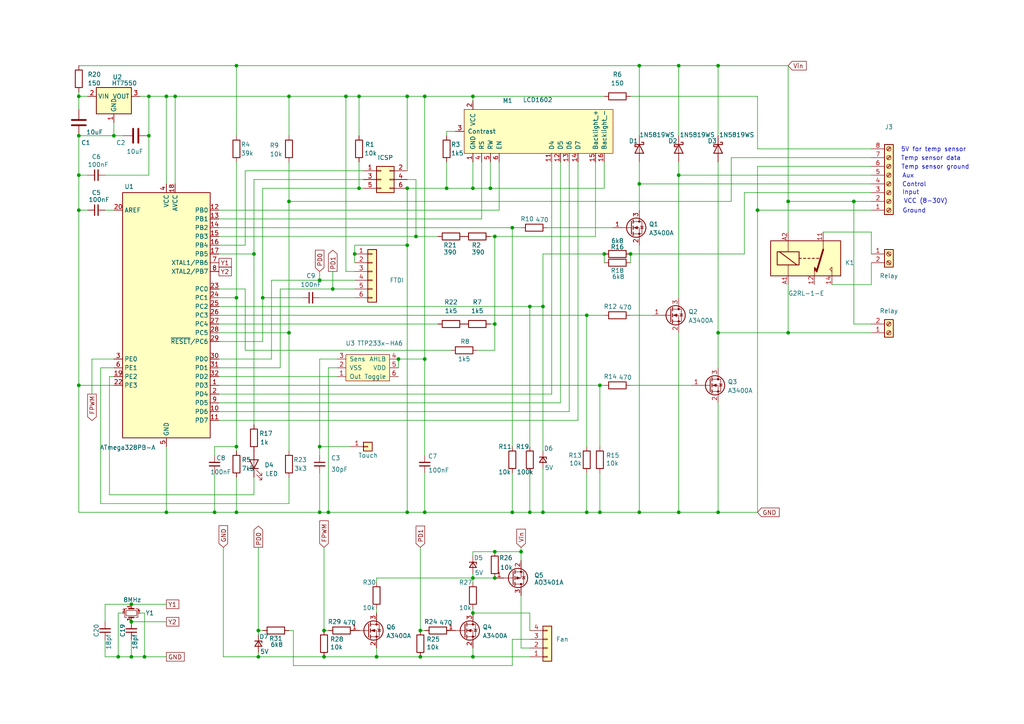
<source format=kicad_sch>
(kicad_sch
	(version 20250114)
	(generator "eeschema")
	(generator_version "9.0")
	(uuid "beb613eb-40d8-441f-9e0b-b10e0d86800b")
	(paper "A4")
	(title_block
		(title "ThermalOptimizer")
		(date "2025-03-02")
		(rev "1.2")
		(company "TheFloatingLab LLC")
		(comment 1 "Open Source under the GNU GENERAL PUBLIC LICENSE")
	)
	
	(text "Aux"
		(exclude_from_sim no)
		(at 263.398 51.054 0)
		(effects
			(font
				(size 1.27 1.27)
			)
		)
		(uuid "209c5ff5-6ec2-4c03-8b43-988968ed81c4")
	)
	(text "5V for temp sensor"
		(exclude_from_sim no)
		(at 270.764 43.434 0)
		(effects
			(font
				(size 1.27 1.27)
			)
		)
		(uuid "35bec5be-702a-4c2e-995d-ebeb4fec02e5")
	)
	(text "Temp sensor data"
		(exclude_from_sim no)
		(at 270.002 45.974 0)
		(effects
			(font
				(size 1.27 1.27)
			)
		)
		(uuid "49a69e63-30cf-4643-887f-a94f400b309e")
	)
	(text "Ground"
		(exclude_from_sim no)
		(at 265.176 61.214 0)
		(effects
			(font
				(size 1.27 1.27)
			)
		)
		(uuid "5c59acdc-538d-4bc0-ac58-3a361ebc0dff")
	)
	(text "Temp sensor ground"
		(exclude_from_sim no)
		(at 271.272 48.514 0)
		(effects
			(font
				(size 1.27 1.27)
			)
		)
		(uuid "9ea95fd1-1ae5-4cc5-95eb-33b8bbd103d3")
	)
	(text "VCC (8-30V)"
		(exclude_from_sim no)
		(at 268.478 58.42 0)
		(effects
			(font
				(size 1.27 1.27)
			)
		)
		(uuid "e957ba64-3e67-422e-b6a3-4463826ad1f3")
	)
	(text "Input"
		(exclude_from_sim no)
		(at 264.16 55.88 0)
		(effects
			(font
				(size 1.27 1.27)
			)
		)
		(uuid "f3b489af-d59e-480c-b5ef-972bacdfdefc")
	)
	(text "Control"
		(exclude_from_sim no)
		(at 265.176 53.594 0)
		(effects
			(font
				(size 1.27 1.27)
			)
		)
		(uuid "f77a36a0-16c2-4a5d-b9c8-257298cdcb26")
	)
	(junction
		(at 41.91 190.5)
		(diameter 0)
		(color 0 0 0 0)
		(uuid "04e10eaa-5334-454c-99d1-7831176a18c2")
	)
	(junction
		(at 43.18 27.94)
		(diameter 0)
		(color 0 0 0 0)
		(uuid "06867ed4-dc69-4048-84cd-7a5a224ccd76")
	)
	(junction
		(at 175.26 73.66)
		(diameter 0)
		(color 0 0 0 0)
		(uuid "07a13d15-7fa9-47c0-8422-f18f56bdf664")
	)
	(junction
		(at 228.6 58.42)
		(diameter 0)
		(color 0 0 0 0)
		(uuid "08d4ab55-cce6-434b-9761-85cb9f5dba66")
	)
	(junction
		(at 123.19 104.14)
		(diameter 0)
		(color 0 0 0 0)
		(uuid "0995fa77-d047-4eb5-979d-76659e2fe003")
	)
	(junction
		(at 123.19 148.59)
		(diameter 0)
		(color 0 0 0 0)
		(uuid "0e965608-dc1e-48e5-a32c-11b14fd7c3b6")
	)
	(junction
		(at 38.1 175.26)
		(diameter 0)
		(color 0 0 0 0)
		(uuid "0fcf222e-9da6-44f7-95f7-1cda125d0a18")
	)
	(junction
		(at 93.98 182.88)
		(diameter 0)
		(color 0 0 0 0)
		(uuid "12f5daf5-66a9-4c65-a573-2fbf745b9ee8")
	)
	(junction
		(at 219.71 60.96)
		(diameter 0)
		(color 0 0 0 0)
		(uuid "13d97f6f-6b7b-469f-bc70-bd98eea77e93")
	)
	(junction
		(at 153.67 148.59)
		(diameter 0)
		(color 0 0 0 0)
		(uuid "17325420-4e69-4864-928c-167eb25d709d")
	)
	(junction
		(at 143.51 93.98)
		(diameter 0)
		(color 0 0 0 0)
		(uuid "19816981-f99c-490d-8e29-63f2ff5b14fd")
	)
	(junction
		(at 120.65 68.58)
		(diameter 0)
		(color 0 0 0 0)
		(uuid "1a243a24-eb60-4600-ad35-fa27b5d51ecf")
	)
	(junction
		(at 151.13 160.02)
		(diameter 0)
		(color 0 0 0 0)
		(uuid "1c6b78e5-2b3f-464f-81cb-5453581ba36c")
	)
	(junction
		(at 208.28 148.59)
		(diameter 0)
		(color 0 0 0 0)
		(uuid "1dfca051-3fe8-4f8c-827c-c835ba0e11d8")
	)
	(junction
		(at 100.33 27.94)
		(diameter 0)
		(color 0 0 0 0)
		(uuid "1fc931ff-7d84-4bc2-aec0-37597b38e1b1")
	)
	(junction
		(at 208.28 19.05)
		(diameter 0)
		(color 0 0 0 0)
		(uuid "213accbc-ce17-47ee-aa3c-e77e116832ab")
	)
	(junction
		(at 170.18 91.44)
		(diameter 0)
		(color 0 0 0 0)
		(uuid "2605723e-7ec1-4a52-bdc2-f99cd3c4e33e")
	)
	(junction
		(at 93.98 190.5)
		(diameter 0)
		(color 0 0 0 0)
		(uuid "264ff782-0552-4c3a-bd79-8d5756d51a64")
	)
	(junction
		(at 34.29 190.5)
		(diameter 0)
		(color 0 0 0 0)
		(uuid "2852c847-83a0-4fa9-b52c-80f0816ad92e")
	)
	(junction
		(at 118.11 27.94)
		(diameter 0)
		(color 0 0 0 0)
		(uuid "28a38154-1414-41c0-8427-2822aeffb001")
	)
	(junction
		(at 137.16 54.61)
		(diameter 0)
		(color 0 0 0 0)
		(uuid "29328b04-aa92-441b-9871-e1d6a2dc0ec7")
	)
	(junction
		(at 48.26 148.59)
		(diameter 0)
		(color 0 0 0 0)
		(uuid "2b7cfbe9-8d8b-42a1-9f9f-4af19cacd725")
	)
	(junction
		(at 104.14 27.94)
		(diameter 0)
		(color 0 0 0 0)
		(uuid "309f3977-b1c1-4c69-8b81-8ced8882e622")
	)
	(junction
		(at 22.86 50.8)
		(diameter 0)
		(color 0 0 0 0)
		(uuid "31bcfb6f-9e09-43ba-8d08-8a165450551f")
	)
	(junction
		(at 92.71 148.59)
		(diameter 0)
		(color 0 0 0 0)
		(uuid "32ba819c-d283-4dd5-820c-381d2a57c3c6")
	)
	(junction
		(at 170.18 148.59)
		(diameter 0)
		(color 0 0 0 0)
		(uuid "33f698ff-1f38-43c3-9dc8-26bdbbab85cf")
	)
	(junction
		(at 22.86 60.96)
		(diameter 0)
		(color 0 0 0 0)
		(uuid "377feac2-3ed4-485a-95af-91f39ff1136a")
	)
	(junction
		(at 38.1 190.5)
		(diameter 0)
		(color 0 0 0 0)
		(uuid "379ae0dd-7073-4c4a-8b61-1135da6b42e6")
	)
	(junction
		(at 92.71 129.54)
		(diameter 0)
		(color 0 0 0 0)
		(uuid "39ca095f-59a1-4871-a35c-5215142f97f4")
	)
	(junction
		(at 74.93 190.5)
		(diameter 0)
		(color 0 0 0 0)
		(uuid "3e3b1c5e-2666-4ef5-afb9-d9811287ae58")
	)
	(junction
		(at 48.26 27.94)
		(diameter 0)
		(color 0 0 0 0)
		(uuid "3f3e2f04-4b11-4116-9757-99f611a0aca0")
	)
	(junction
		(at 196.85 148.59)
		(diameter 0)
		(color 0 0 0 0)
		(uuid "405c6a30-ec45-46ea-9112-f93566e1fcea")
	)
	(junction
		(at 50.8 27.94)
		(diameter 0)
		(color 0 0 0 0)
		(uuid "42b1d2e2-028f-45a6-a4f9-9e27c86da913")
	)
	(junction
		(at 137.16 190.5)
		(diameter 0)
		(color 0 0 0 0)
		(uuid "431610d5-765f-4831-8058-31456aad660f")
	)
	(junction
		(at 143.51 167.64)
		(diameter 0)
		(color 0 0 0 0)
		(uuid "492ec143-dcf5-448c-ad49-da8ef0b2c221")
	)
	(junction
		(at 148.59 148.59)
		(diameter 0)
		(color 0 0 0 0)
		(uuid "4d1cfd7d-fbf8-4428-bf23-ec7922eeb8b5")
	)
	(junction
		(at 185.42 148.59)
		(diameter 0)
		(color 0 0 0 0)
		(uuid "5262be08-58eb-48ef-9435-00593d023113")
	)
	(junction
		(at 185.42 19.05)
		(diameter 0)
		(color 0 0 0 0)
		(uuid "5414c635-88c6-4ac0-99a4-8649b0bc0b3b")
	)
	(junction
		(at 142.24 54.61)
		(diameter 0)
		(color 0 0 0 0)
		(uuid "5aa56b2d-7d29-48f0-871f-8afeb181b605")
	)
	(junction
		(at 208.28 96.52)
		(diameter 0)
		(color 0 0 0 0)
		(uuid "5acc89ae-7754-495e-a852-1d94cd6cb970")
	)
	(junction
		(at 22.86 27.94)
		(diameter 0)
		(color 0 0 0 0)
		(uuid "5df59302-34f8-46df-a306-d8f98eece951")
	)
	(junction
		(at 83.82 96.52)
		(diameter 0)
		(color 0 0 0 0)
		(uuid "5f84340e-ae43-4303-a9fa-2c55a6d5012f")
	)
	(junction
		(at 118.11 148.59)
		(diameter 0)
		(color 0 0 0 0)
		(uuid "691b175e-0caf-45bb-8c08-ba5771a63de6")
	)
	(junction
		(at 196.85 19.05)
		(diameter 0)
		(color 0 0 0 0)
		(uuid "69d49f71-8422-43a8-bf39-bd3ff0af7011")
	)
	(junction
		(at 62.23 148.59)
		(diameter 0)
		(color 0 0 0 0)
		(uuid "6e78e3bc-6c9a-4a86-acac-8f0aa8cdef21")
	)
	(junction
		(at 118.11 54.61)
		(diameter 0)
		(color 0 0 0 0)
		(uuid "73da6e8f-9052-4428-ab04-04c8c589836b")
	)
	(junction
		(at 95.25 148.59)
		(diameter 0)
		(color 0 0 0 0)
		(uuid "77acd220-b096-4865-aa8e-50fd4d4eb28e")
	)
	(junction
		(at 109.22 190.5)
		(diameter 0)
		(color 0 0 0 0)
		(uuid "7a6d9b47-5baa-41ec-a042-af9db6a107cb")
	)
	(junction
		(at 33.02 39.37)
		(diameter 0)
		(color 0 0 0 0)
		(uuid "7c032e2b-036a-4d7b-8de7-d4eed1a18beb")
	)
	(junction
		(at 182.88 73.66)
		(diameter 0)
		(color 0 0 0 0)
		(uuid "8018c05e-7751-4d80-8d90-b7f8dd215862")
	)
	(junction
		(at 148.59 66.04)
		(diameter 0)
		(color 0 0 0 0)
		(uuid "84d991ab-0eb3-4a6d-bead-43045287aed0")
	)
	(junction
		(at 118.11 71.12)
		(diameter 0)
		(color 0 0 0 0)
		(uuid "90b3d183-0f68-4cbd-bf8f-e5cf43aec6cc")
	)
	(junction
		(at 68.58 86.36)
		(diameter 0)
		(color 0 0 0 0)
		(uuid "92e16356-d066-43d4-8827-7e6196962119")
	)
	(junction
		(at 68.58 129.54)
		(diameter 0)
		(color 0 0 0 0)
		(uuid "97a5aeff-04bf-4d5b-9a2d-6e996aca925b")
	)
	(junction
		(at 185.42 53.34)
		(diameter 0)
		(color 0 0 0 0)
		(uuid "9fc11eb3-1bc1-4727-a700-6767a867e622")
	)
	(junction
		(at 83.82 27.94)
		(diameter 0)
		(color 0 0 0 0)
		(uuid "a0878444-f479-41ca-9ba8-f6f7e5e5ab17")
	)
	(junction
		(at 153.67 88.9)
		(diameter 0)
		(color 0 0 0 0)
		(uuid "a24634cd-2958-422e-974c-c9423a56f35f")
	)
	(junction
		(at 121.92 190.5)
		(diameter 0)
		(color 0 0 0 0)
		(uuid "ae80cf57-c795-4274-a110-0f5de8a89706")
	)
	(junction
		(at 22.86 39.37)
		(diameter 0)
		(color 0 0 0 0)
		(uuid "b9152404-4307-4ce7-93cb-7ec730df3612")
	)
	(junction
		(at 102.87 73.66)
		(diameter 0)
		(color 0 0 0 0)
		(uuid "bd96e9da-158c-411b-a0d3-8ef4ad04b2e5")
	)
	(junction
		(at 22.86 111.76)
		(diameter 0)
		(color 0 0 0 0)
		(uuid "c10a8ee7-345b-48d1-ac20-a1851fedcfcb")
	)
	(junction
		(at 143.51 160.02)
		(diameter 0)
		(color 0 0 0 0)
		(uuid "c1cf4ea6-394f-4dca-bc35-cdbff13c6770")
	)
	(junction
		(at 121.92 182.88)
		(diameter 0)
		(color 0 0 0 0)
		(uuid "c945d6cf-10a9-472e-8556-39e68d797bf9")
	)
	(junction
		(at 129.54 54.61)
		(diameter 0)
		(color 0 0 0 0)
		(uuid "cbc133be-0dc8-4f2c-856b-efbe8bc1db54")
	)
	(junction
		(at 137.16 177.8)
		(diameter 0)
		(color 0 0 0 0)
		(uuid "ce75ecb3-551b-428f-b086-a3f7a902e92b")
	)
	(junction
		(at 137.16 27.94)
		(diameter 0)
		(color 0 0 0 0)
		(uuid "d526e5ec-3613-402b-baa3-77e2912ed791")
	)
	(junction
		(at 96.52 83.82)
		(diameter 0)
		(color 0 0 0 0)
		(uuid "d786a248-2d5c-4d93-96f4-c7e81f6048c6")
	)
	(junction
		(at 157.48 148.59)
		(diameter 0)
		(color 0 0 0 0)
		(uuid "dcf3599b-9f31-4fca-8c3d-0bbf5b49e398")
	)
	(junction
		(at 76.2 86.36)
		(diameter 0)
		(color 0 0 0 0)
		(uuid "de6e60f1-ca01-4409-9483-b7b091e22a38")
	)
	(junction
		(at 38.1 180.34)
		(diameter 0)
		(color 0 0 0 0)
		(uuid "df0cdfa0-15e8-4999-9f7e-278b06c745f0")
	)
	(junction
		(at 157.48 88.9)
		(diameter 0)
		(color 0 0 0 0)
		(uuid "e0c580f9-8597-4ad8-ac6b-55710d5e15be")
	)
	(junction
		(at 74.93 182.88)
		(diameter 0)
		(color 0 0 0 0)
		(uuid "e2ae6204-ba46-408e-a8fb-ecbfe8710218")
	)
	(junction
		(at 68.58 148.59)
		(diameter 0)
		(color 0 0 0 0)
		(uuid "e5c2a06f-6165-4f53-a720-78275b80e3ee")
	)
	(junction
		(at 123.19 27.94)
		(diameter 0)
		(color 0 0 0 0)
		(uuid "e63728b3-c89d-41e1-a656-d132e93b22aa")
	)
	(junction
		(at 83.82 58.42)
		(diameter 0)
		(color 0 0 0 0)
		(uuid "e6e5e934-4479-473a-8a80-63a491a7ee60")
	)
	(junction
		(at 196.85 50.8)
		(diameter 0)
		(color 0 0 0 0)
		(uuid "eb216cbb-b3f2-49ce-b22a-b6645abf7312")
	)
	(junction
		(at 143.51 68.58)
		(diameter 0)
		(color 0 0 0 0)
		(uuid "ee8aa6fd-182b-4498-8a01-4ae145b31300")
	)
	(junction
		(at 228.6 96.52)
		(diameter 0)
		(color 0 0 0 0)
		(uuid "ef9af1a3-ac84-43dc-b85d-2ee6c4e78506")
	)
	(junction
		(at 173.99 148.59)
		(diameter 0)
		(color 0 0 0 0)
		(uuid "f18b910a-e210-4271-9b9c-28e0cb8d33f5")
	)
	(junction
		(at 73.66 73.66)
		(diameter 0)
		(color 0 0 0 0)
		(uuid "f2c2b122-5eb5-4d23-b06a-46b9785a2429")
	)
	(junction
		(at 137.16 167.64)
		(diameter 0)
		(color 0 0 0 0)
		(uuid "f422ada4-08be-4ee5-9939-ea4bbbc3e751")
	)
	(junction
		(at 247.65 58.42)
		(diameter 0)
		(color 0 0 0 0)
		(uuid "f5b2a3c5-cac9-4d95-b65a-63df36e83aae")
	)
	(junction
		(at 92.71 81.28)
		(diameter 0)
		(color 0 0 0 0)
		(uuid "f5bf0baf-9484-4d69-9e20-48bb77b211a8")
	)
	(junction
		(at 115.57 104.14)
		(diameter 0)
		(color 0 0 0 0)
		(uuid "f61eb526-32b5-4544-95ed-89c5deca9cc5")
	)
	(junction
		(at 68.58 19.05)
		(diameter 0)
		(color 0 0 0 0)
		(uuid "f6a4d325-336f-4d45-b035-220ba62c9e54")
	)
	(junction
		(at 104.14 54.61)
		(diameter 0)
		(color 0 0 0 0)
		(uuid "f7612b95-9c70-4095-9ba6-e42c1c1e79ae")
	)
	(junction
		(at 43.18 39.37)
		(diameter 0)
		(color 0 0 0 0)
		(uuid "fdc0a7ae-fc89-461e-9b99-0da15ca6e2fa")
	)
	(junction
		(at 173.99 111.76)
		(diameter 0)
		(color 0 0 0 0)
		(uuid "fe710688-27f0-427c-a19c-01be8bd009bb")
	)
	(wire
		(pts
			(xy 92.71 129.54) (xy 92.71 132.08)
		)
		(stroke
			(width 0)
			(type default)
		)
		(uuid "00ca9336-11a7-4dfa-885d-05237adac3fd")
	)
	(wire
		(pts
			(xy 252.73 82.55) (xy 241.3 82.55)
		)
		(stroke
			(width 0)
			(type default)
		)
		(uuid "03481c88-d471-47cb-95a2-531d90c6fd34")
	)
	(wire
		(pts
			(xy 71.12 101.6) (xy 130.81 101.6)
		)
		(stroke
			(width 0)
			(type default)
		)
		(uuid "05b7873c-d490-4e56-88d2-1d6ef82d43a8")
	)
	(wire
		(pts
			(xy 63.5 83.82) (xy 71.12 83.82)
		)
		(stroke
			(width 0)
			(type default)
		)
		(uuid "05ecc26d-219d-4bee-a80f-be8905d99776")
	)
	(wire
		(pts
			(xy 115.57 104.14) (xy 123.19 104.14)
		)
		(stroke
			(width 0)
			(type default)
		)
		(uuid "0bd6b73b-00ea-48ec-b168-e49958bbe291")
	)
	(wire
		(pts
			(xy 63.5 116.84) (xy 162.56 116.84)
		)
		(stroke
			(width 0)
			(type default)
		)
		(uuid "0c2ee2ad-fcff-451b-a326-4a3ebbb13884")
	)
	(wire
		(pts
			(xy 22.86 27.94) (xy 25.4 27.94)
		)
		(stroke
			(width 0)
			(type default)
		)
		(uuid "0cdd6017-58b4-4b65-8875-a4cc1d818c8f")
	)
	(wire
		(pts
			(xy 83.82 96.52) (xy 83.82 130.81)
		)
		(stroke
			(width 0)
			(type default)
		)
		(uuid "0d35026c-9716-453a-93d3-19828317c133")
	)
	(wire
		(pts
			(xy 182.88 91.44) (xy 189.23 91.44)
		)
		(stroke
			(width 0)
			(type default)
		)
		(uuid "0d3645b9-d577-4b7b-a55c-da5df8301eb2")
	)
	(wire
		(pts
			(xy 170.18 91.44) (xy 170.18 129.54)
		)
		(stroke
			(width 0)
			(type default)
		)
		(uuid "0d851c26-4200-43c8-9059-49537bbda91b")
	)
	(wire
		(pts
			(xy 118.11 71.12) (xy 118.11 148.59)
		)
		(stroke
			(width 0)
			(type default)
		)
		(uuid "0d856513-672d-4ccb-ad9f-e681fd9b6c5a")
	)
	(wire
		(pts
			(xy 118.11 49.53) (xy 118.11 27.94)
		)
		(stroke
			(width 0)
			(type default)
		)
		(uuid "0da19da1-996e-4d9d-9ca4-31661f0f887c")
	)
	(wire
		(pts
			(xy 68.58 138.43) (xy 68.58 148.59)
		)
		(stroke
			(width 0)
			(type default)
		)
		(uuid "0e51065a-7e2b-4160-82e9-782e1cd1952f")
	)
	(wire
		(pts
			(xy 252.73 45.72) (xy 212.09 45.72)
		)
		(stroke
			(width 0)
			(type default)
		)
		(uuid "0f7b9766-687d-4a47-a39e-e23289b05941")
	)
	(wire
		(pts
			(xy 73.66 73.66) (xy 63.5 73.66)
		)
		(stroke
			(width 0)
			(type default)
		)
		(uuid "11c71198-12c3-4a1f-ba11-2cc12cccf9ba")
	)
	(wire
		(pts
			(xy 96.52 83.82) (xy 102.87 83.82)
		)
		(stroke
			(width 0)
			(type default)
		)
		(uuid "12671f56-6710-42a1-a271-61980e3acd8a")
	)
	(wire
		(pts
			(xy 43.18 27.94) (xy 48.26 27.94)
		)
		(stroke
			(width 0)
			(type default)
		)
		(uuid "133c735d-5f63-44df-a797-566e99be3c23")
	)
	(wire
		(pts
			(xy 63.5 96.52) (xy 83.82 96.52)
		)
		(stroke
			(width 0)
			(type default)
		)
		(uuid "1460c7b3-5ff1-4942-b9c4-9c23af4ffe8d")
	)
	(wire
		(pts
			(xy 40.64 177.8) (xy 41.91 177.8)
		)
		(stroke
			(width 0)
			(type default)
		)
		(uuid "1651166e-13de-4bec-9a72-44ae7ecf0f65")
	)
	(wire
		(pts
			(xy 22.86 39.37) (xy 33.02 39.37)
		)
		(stroke
			(width 0)
			(type default)
		)
		(uuid "1677e6a9-b361-4463-b6ff-e056cd85e20e")
	)
	(wire
		(pts
			(xy 208.28 148.59) (xy 196.85 148.59)
		)
		(stroke
			(width 0)
			(type default)
		)
		(uuid "16dbfeb9-6594-4cfe-bb63-e5f7ed1bd0b7")
	)
	(wire
		(pts
			(xy 247.65 93.98) (xy 247.65 58.42)
		)
		(stroke
			(width 0)
			(type default)
		)
		(uuid "17bd2db3-63f6-4e74-9e03-1cec972c4236")
	)
	(wire
		(pts
			(xy 74.93 182.88) (xy 76.2 182.88)
		)
		(stroke
			(width 0)
			(type default)
		)
		(uuid "186e3d1a-e501-4a0a-a508-d825e43b4671")
	)
	(wire
		(pts
			(xy 31.75 143.51) (xy 73.66 143.51)
		)
		(stroke
			(width 0)
			(type default)
		)
		(uuid "18e8ac3b-1cc9-4dce-9c41-ff2a072bfb99")
	)
	(wire
		(pts
			(xy 96.52 78.74) (xy 96.52 83.82)
		)
		(stroke
			(width 0)
			(type default)
		)
		(uuid "19578711-9c7b-4037-a099-d74a5b55454b")
	)
	(wire
		(pts
			(xy 34.29 177.8) (xy 34.29 190.5)
		)
		(stroke
			(width 0)
			(type default)
		)
		(uuid "19b55b98-3baa-42f0-8bbf-f080579543cf")
	)
	(wire
		(pts
			(xy 63.5 88.9) (xy 153.67 88.9)
		)
		(stroke
			(width 0)
			(type default)
		)
		(uuid "19cbffe8-1d0f-42ad-b551-e810596685fd")
	)
	(wire
		(pts
			(xy 208.28 116.84) (xy 208.28 148.59)
		)
		(stroke
			(width 0)
			(type default)
		)
		(uuid "1a192584-d194-4efb-94c8-9faef333cd11")
	)
	(wire
		(pts
			(xy 115.57 104.14) (xy 115.57 106.68)
		)
		(stroke
			(width 0)
			(type default)
		)
		(uuid "1a2aece3-6b51-4baf-9e73-fc2c4aea43b1")
	)
	(wire
		(pts
			(xy 109.22 176.53) (xy 109.22 177.8)
		)
		(stroke
			(width 0)
			(type default)
		)
		(uuid "1a533de9-01af-4e20-b942-70bd45370626")
	)
	(wire
		(pts
			(xy 123.19 148.59) (xy 148.59 148.59)
		)
		(stroke
			(width 0)
			(type default)
		)
		(uuid "1af2e2c8-8b23-4fb6-95f0-a3789635a085")
	)
	(wire
		(pts
			(xy 182.88 27.94) (xy 219.71 27.94)
		)
		(stroke
			(width 0)
			(type default)
		)
		(uuid "1bd2a6e2-35a0-441a-9f1c-473cff377311")
	)
	(wire
		(pts
			(xy 196.85 19.05) (xy 185.42 19.05)
		)
		(stroke
			(width 0)
			(type default)
		)
		(uuid "1e24adc3-767e-4a95-b505-08ec4c60d192")
	)
	(wire
		(pts
			(xy 151.13 172.72) (xy 151.13 187.96)
		)
		(stroke
			(width 0)
			(type default)
		)
		(uuid "1e81092c-507e-4029-81c6-28a7834d6084")
	)
	(wire
		(pts
			(xy 137.16 177.8) (xy 153.67 177.8)
		)
		(stroke
			(width 0)
			(type default)
		)
		(uuid "20bebcce-837a-4886-884d-a45a4509ea6e")
	)
	(wire
		(pts
			(xy 182.88 73.66) (xy 182.88 76.2)
		)
		(stroke
			(width 0)
			(type default)
		)
		(uuid "21a968ea-daee-4cb2-ba6a-0ac2edf95864")
	)
	(wire
		(pts
			(xy 100.33 27.94) (xy 104.14 27.94)
		)
		(stroke
			(width 0)
			(type default)
		)
		(uuid "22351c5c-90d3-4258-b84e-e6229a7554e2")
	)
	(wire
		(pts
			(xy 29.21 106.68) (xy 29.21 146.05)
		)
		(stroke
			(width 0)
			(type default)
		)
		(uuid "23ad46ac-0e08-4a26-9dda-ec645bf52886")
	)
	(wire
		(pts
			(xy 63.5 71.12) (xy 71.12 71.12)
		)
		(stroke
			(width 0)
			(type default)
		)
		(uuid "243d1089-ab82-41b1-8ce9-11f511e1acfb")
	)
	(wire
		(pts
			(xy 68.58 86.36) (xy 63.5 86.36)
		)
		(stroke
			(width 0)
			(type default)
		)
		(uuid "26fa939b-c82e-4fe9-bcb9-5da7ab4f578f")
	)
	(wire
		(pts
			(xy 148.59 185.42) (xy 148.59 193.04)
		)
		(stroke
			(width 0)
			(type default)
		)
		(uuid "27f950de-aef9-4ed6-b002-024fd2656ac2")
	)
	(wire
		(pts
			(xy 137.16 187.96) (xy 137.16 190.5)
		)
		(stroke
			(width 0)
			(type default)
		)
		(uuid "28268507-cabb-4f1b-839f-ae8d1897289a")
	)
	(wire
		(pts
			(xy 175.26 54.61) (xy 175.26 46.99)
		)
		(stroke
			(width 0)
			(type default)
		)
		(uuid "292fcecb-4aa6-44df-9e2d-1c7d94069182")
	)
	(wire
		(pts
			(xy 185.42 46.99) (xy 185.42 53.34)
		)
		(stroke
			(width 0)
			(type default)
		)
		(uuid "29c6ff42-9777-4b36-9b29-4711d531e0df")
	)
	(wire
		(pts
			(xy 196.85 148.59) (xy 185.42 148.59)
		)
		(stroke
			(width 0)
			(type default)
		)
		(uuid "2b8c3c54-a565-4c4d-bed7-31020bbcddd0")
	)
	(wire
		(pts
			(xy 76.2 86.36) (xy 87.63 86.36)
		)
		(stroke
			(width 0)
			(type default)
		)
		(uuid "2bc1eb3f-118e-4121-9fc0-e6f162257f3f")
	)
	(wire
		(pts
			(xy 100.33 78.74) (xy 100.33 27.94)
		)
		(stroke
			(width 0)
			(type default)
		)
		(uuid "2c07c856-65e9-4143-8412-c6e48ef77083")
	)
	(wire
		(pts
			(xy 121.92 182.88) (xy 123.19 182.88)
		)
		(stroke
			(width 0)
			(type default)
		)
		(uuid "2c69c67e-ddcc-4aa0-81e7-45eeaf8e41ea")
	)
	(wire
		(pts
			(xy 118.11 52.07) (xy 120.65 52.07)
		)
		(stroke
			(width 0)
			(type default)
		)
		(uuid "2cc7439e-4c9d-4263-ace6-611bdbf9681f")
	)
	(wire
		(pts
			(xy 73.66 138.43) (xy 73.66 143.51)
		)
		(stroke
			(width 0)
			(type default)
		)
		(uuid "2d10d447-8581-4821-8f8f-33ad631cb099")
	)
	(wire
		(pts
			(xy 228.6 96.52) (xy 208.28 96.52)
		)
		(stroke
			(width 0)
			(type default)
		)
		(uuid "2e8da3b0-8209-449b-a486-d9b82ee6da1c")
	)
	(wire
		(pts
			(xy 104.14 27.94) (xy 118.11 27.94)
		)
		(stroke
			(width 0)
			(type default)
		)
		(uuid "2f00557e-610b-4c98-9a06-bbbc2d3da40c")
	)
	(wire
		(pts
			(xy 129.54 46.99) (xy 129.54 54.61)
		)
		(stroke
			(width 0)
			(type default)
		)
		(uuid "2f13b5a4-ec1f-4c79-b4d2-220ca70270f1")
	)
	(wire
		(pts
			(xy 38.1 180.34) (xy 48.26 180.34)
		)
		(stroke
			(width 0)
			(type default)
		)
		(uuid "30720130-2667-4195-8907-ca9afbb8ef3b")
	)
	(wire
		(pts
			(xy 196.85 50.8) (xy 252.73 50.8)
		)
		(stroke
			(width 0)
			(type default)
		)
		(uuid "3289468b-c0ab-4c7b-bf10-cdee43f2b449")
	)
	(wire
		(pts
			(xy 71.12 83.82) (xy 71.12 101.6)
		)
		(stroke
			(width 0)
			(type default)
		)
		(uuid "330119e3-fc80-46d3-bb7c-edc34ae865a4")
	)
	(wire
		(pts
			(xy 78.74 104.14) (xy 78.74 81.28)
		)
		(stroke
			(width 0)
			(type default)
		)
		(uuid "3349e0f2-3734-4fd1-a79b-6e6f0f531fc4")
	)
	(wire
		(pts
			(xy 22.86 148.59) (xy 48.26 148.59)
		)
		(stroke
			(width 0)
			(type default)
		)
		(uuid "3395d921-4c21-471e-894a-97c1100932ff")
	)
	(wire
		(pts
			(xy 85.09 193.04) (xy 85.09 182.88)
		)
		(stroke
			(width 0)
			(type default)
		)
		(uuid "3397ec41-df25-4596-9d86-13f806a050e8")
	)
	(wire
		(pts
			(xy 219.71 48.26) (xy 219.71 60.96)
		)
		(stroke
			(width 0)
			(type default)
		)
		(uuid "344cfd27-571a-42cc-a879-537a3a56fc7b")
	)
	(wire
		(pts
			(xy 238.76 67.31) (xy 252.73 67.31)
		)
		(stroke
			(width 0)
			(type default)
		)
		(uuid "34aa2193-8fe7-41d4-80e1-b31aaa3e1b22")
	)
	(wire
		(pts
			(xy 157.48 88.9) (xy 157.48 73.66)
		)
		(stroke
			(width 0)
			(type default)
		)
		(uuid "352d2eb2-5f5a-44aa-a894-238eee989eff")
	)
	(wire
		(pts
			(xy 208.28 46.99) (xy 208.28 96.52)
		)
		(stroke
			(width 0)
			(type default)
		)
		(uuid "356a925e-1a90-4ab4-9ca8-b03221f31a31")
	)
	(wire
		(pts
			(xy 63.5 68.58) (xy 120.65 68.58)
		)
		(stroke
			(width 0)
			(type default)
		)
		(uuid "35dc3a6e-eeae-46dc-aedb-fc5d4fc61a10")
	)
	(wire
		(pts
			(xy 173.99 111.76) (xy 173.99 129.54)
		)
		(stroke
			(width 0)
			(type default)
		)
		(uuid "36706f99-6fcd-49a5-9e90-e5ed634e51d6")
	)
	(wire
		(pts
			(xy 208.28 148.59) (xy 219.71 148.59)
		)
		(stroke
			(width 0)
			(type default)
		)
		(uuid "367ac0d7-f106-44bd-9d2c-bfed28db27ae")
	)
	(wire
		(pts
			(xy 63.5 99.06) (xy 76.2 99.06)
		)
		(stroke
			(width 0)
			(type default)
		)
		(uuid "36c8f8f8-c6fc-4490-b3bd-3f06479c80c1")
	)
	(wire
		(pts
			(xy 102.87 73.66) (xy 102.87 71.12)
		)
		(stroke
			(width 0)
			(type default)
		)
		(uuid "38cc6e2c-280a-4e9c-9c61-3d8c01fc8a35")
	)
	(wire
		(pts
			(xy 83.82 39.37) (xy 83.82 27.94)
		)
		(stroke
			(width 0)
			(type default)
		)
		(uuid "38df6b1f-ac7a-4c21-b450-f5883cfa9d1b")
	)
	(wire
		(pts
			(xy 118.11 54.61) (xy 118.11 71.12)
		)
		(stroke
			(width 0)
			(type default)
		)
		(uuid "39324b9d-cb5c-49a7-8aa1-16b39eb47c47")
	)
	(wire
		(pts
			(xy 121.92 158.75) (xy 121.92 182.88)
		)
		(stroke
			(width 0)
			(type default)
		)
		(uuid "398d611d-ffef-462a-8a65-cdbc0f128f37")
	)
	(wire
		(pts
			(xy 137.16 27.94) (xy 137.16 29.21)
		)
		(stroke
			(width 0)
			(type default)
		)
		(uuid "39cfd8b9-7a3a-427b-818b-564be6870624")
	)
	(wire
		(pts
			(xy 109.22 190.5) (xy 121.92 190.5)
		)
		(stroke
			(width 0)
			(type default)
		)
		(uuid "3bc1ba09-9cf9-4c08-b96c-5dbcbb8d3e86")
	)
	(wire
		(pts
			(xy 50.8 27.94) (xy 83.82 27.94)
		)
		(stroke
			(width 0)
			(type default)
		)
		(uuid "3c74a978-58e1-42d7-b8f3-982b44abfb63")
	)
	(wire
		(pts
			(xy 132.08 38.1) (xy 129.54 38.1)
		)
		(stroke
			(width 0)
			(type default)
		)
		(uuid "3e589432-83ad-4aea-95f7-5ffa898e764e")
	)
	(wire
		(pts
			(xy 208.28 19.05) (xy 196.85 19.05)
		)
		(stroke
			(width 0)
			(type default)
		)
		(uuid "3ef6969f-4eeb-408c-b1ba-541294164688")
	)
	(wire
		(pts
			(xy 64.77 190.5) (xy 74.93 190.5)
		)
		(stroke
			(width 0)
			(type default)
		)
		(uuid "3f20fc8c-ca35-4622-b538-f2f90a4237bc")
	)
	(wire
		(pts
			(xy 48.26 148.59) (xy 48.26 129.54)
		)
		(stroke
			(width 0)
			(type default)
		)
		(uuid "3f352d90-4942-456c-8d55-f50602b9a438")
	)
	(wire
		(pts
			(xy 208.28 39.37) (xy 208.28 19.05)
		)
		(stroke
			(width 0)
			(type default)
		)
		(uuid "40721ea3-e539-4787-8797-4d460f8a0379")
	)
	(wire
		(pts
			(xy 22.86 60.96) (xy 25.4 60.96)
		)
		(stroke
			(width 0)
			(type default)
		)
		(uuid "409f062b-1c44-42a4-91b1-95e1d54a3b62")
	)
	(wire
		(pts
			(xy 48.26 148.59) (xy 62.23 148.59)
		)
		(stroke
			(width 0)
			(type default)
		)
		(uuid "414ff271-b073-4da2-a887-f082c1932be2")
	)
	(wire
		(pts
			(xy 123.19 27.94) (xy 137.16 27.94)
		)
		(stroke
			(width 0)
			(type default)
		)
		(uuid "41bc95a6-b247-44dd-b9a1-b84de3ee33ff")
	)
	(wire
		(pts
			(xy 153.67 185.42) (xy 148.59 185.42)
		)
		(stroke
			(width 0)
			(type default)
		)
		(uuid "448493b3-01bd-4c22-8b89-c7f074c8d8c1")
	)
	(wire
		(pts
			(xy 153.67 88.9) (xy 157.48 88.9)
		)
		(stroke
			(width 0)
			(type default)
		)
		(uuid "466ae103-8f22-4a56-93d7-c2aa1a9a99d1")
	)
	(wire
		(pts
			(xy 35.56 177.8) (xy 34.29 177.8)
		)
		(stroke
			(width 0)
			(type default)
		)
		(uuid "491be8ab-c2b6-43af-96ef-41fc74845a9b")
	)
	(wire
		(pts
			(xy 33.02 39.37) (xy 35.56 39.37)
		)
		(stroke
			(width 0)
			(type default)
		)
		(uuid "4b09673a-1e27-4943-961e-149bfc47ba54")
	)
	(wire
		(pts
			(xy 153.67 88.9) (xy 153.67 129.54)
		)
		(stroke
			(width 0)
			(type default)
		)
		(uuid "4cb9b444-d241-48b4-bb5d-ff29def06b81")
	)
	(wire
		(pts
			(xy 153.67 187.96) (xy 151.13 187.96)
		)
		(stroke
			(width 0)
			(type default)
		)
		(uuid "4dfe3124-6903-4707-86a5-64372f65120d")
	)
	(wire
		(pts
			(xy 26.67 104.14) (xy 26.67 114.3)
		)
		(stroke
			(width 0)
			(type default)
		)
		(uuid "4e550b0f-1e26-4a3c-9320-976c99d3017b")
	)
	(wire
		(pts
			(xy 252.73 93.98) (xy 247.65 93.98)
		)
		(stroke
			(width 0)
			(type default)
		)
		(uuid "4f097d0a-77e2-430e-a236-909dfea75496")
	)
	(wire
		(pts
			(xy 22.86 31.75) (xy 22.86 27.94)
		)
		(stroke
			(width 0)
			(type default)
		)
		(uuid "4f407e4f-84d3-423c-87ee-03f768a46a60")
	)
	(wire
		(pts
			(xy 64.77 158.75) (xy 64.77 190.5)
		)
		(stroke
			(width 0)
			(type default)
		)
		(uuid "50c861b0-b2f2-4a55-884a-764373255c8c")
	)
	(wire
		(pts
			(xy 102.87 73.66) (xy 102.87 76.2)
		)
		(stroke
			(width 0)
			(type default)
		)
		(uuid "5349e76f-f744-420d-8fb9-98fd64fc9133")
	)
	(wire
		(pts
			(xy 68.58 46.99) (xy 68.58 86.36)
		)
		(stroke
			(width 0)
			(type default)
		)
		(uuid "53796379-4876-4786-b982-6b0cbe1a23b8")
	)
	(wire
		(pts
			(xy 22.86 50.8) (xy 25.4 50.8)
		)
		(stroke
			(width 0)
			(type default)
		)
		(uuid "543727e2-25dd-4413-a980-3d059bf9396a")
	)
	(wire
		(pts
			(xy 118.11 148.59) (xy 123.19 148.59)
		)
		(stroke
			(width 0)
			(type default)
		)
		(uuid "544c0349-19da-415a-a59f-95e2bde3b2d9")
	)
	(wire
		(pts
			(xy 63.5 104.14) (xy 78.74 104.14)
		)
		(stroke
			(width 0)
			(type default)
		)
		(uuid "547e9f90-2a79-4cfb-96fd-5c8af5fe4e4f")
	)
	(wire
		(pts
			(xy 41.91 177.8) (xy 41.91 190.5)
		)
		(stroke
			(width 0)
			(type default)
		)
		(uuid "54e18b08-2425-409a-a887-7d5275b82f94")
	)
	(wire
		(pts
			(xy 143.51 68.58) (xy 172.72 68.58)
		)
		(stroke
			(width 0)
			(type default)
		)
		(uuid "54ffb0d1-46da-4a28-abbb-999d4d93a70a")
	)
	(wire
		(pts
			(xy 219.71 27.94) (xy 219.71 43.18)
		)
		(stroke
			(width 0)
			(type default)
		)
		(uuid "5603590c-8cda-48cc-b706-98f7814b76a3")
	)
	(wire
		(pts
			(xy 121.92 190.5) (xy 137.16 190.5)
		)
		(stroke
			(width 0)
			(type default)
		)
		(uuid "56b21011-0b86-4f1c-80ff-3b93a3d8a08c")
	)
	(wire
		(pts
			(xy 148.59 66.04) (xy 148.59 129.54)
		)
		(stroke
			(width 0)
			(type default)
		)
		(uuid "576de63c-acca-40d9-a77a-0bf050279148")
	)
	(wire
		(pts
			(xy 62.23 132.08) (xy 62.23 129.54)
		)
		(stroke
			(width 0)
			(type default)
		)
		(uuid "58805a77-ee34-4204-8c3e-439c689ae523")
	)
	(wire
		(pts
			(xy 93.98 190.5) (xy 109.22 190.5)
		)
		(stroke
			(width 0)
			(type default)
		)
		(uuid "5967b736-f700-461a-855a-de23158a8b41")
	)
	(wire
		(pts
			(xy 102.87 78.74) (xy 100.33 78.74)
		)
		(stroke
			(width 0)
			(type default)
		)
		(uuid "5a2136e8-ed95-47ee-858d-2eabba7315d7")
	)
	(wire
		(pts
			(xy 92.71 81.28) (xy 102.87 81.28)
		)
		(stroke
			(width 0)
			(type default)
		)
		(uuid "5c0e8f12-b4c2-4a1b-b1ed-210e5b7306b7")
	)
	(wire
		(pts
			(xy 68.58 19.05) (xy 68.58 39.37)
		)
		(stroke
			(width 0)
			(type default)
		)
		(uuid "5c82ec20-e374-4e45-acd2-c354e07da3df")
	)
	(wire
		(pts
			(xy 22.86 19.05) (xy 68.58 19.05)
		)
		(stroke
			(width 0)
			(type default)
		)
		(uuid "5cd6025e-005f-4151-97fa-eda0ac8decd4")
	)
	(wire
		(pts
			(xy 167.64 121.92) (xy 167.64 46.99)
		)
		(stroke
			(width 0)
			(type default)
		)
		(uuid "5ef78f70-8091-4c14-a3c7-b09b55b2ad3f")
	)
	(wire
		(pts
			(xy 73.66 73.66) (xy 73.66 123.19)
		)
		(stroke
			(width 0)
			(type default)
		)
		(uuid "5f144f6f-ff1a-4915-837b-d81ce1d61c5e")
	)
	(wire
		(pts
			(xy 175.26 73.66) (xy 175.26 76.2)
		)
		(stroke
			(width 0)
			(type default)
		)
		(uuid "5f2bd945-52eb-4ff6-be55-2aab07f4e22e")
	)
	(wire
		(pts
			(xy 170.18 148.59) (xy 157.48 148.59)
		)
		(stroke
			(width 0)
			(type default)
		)
		(uuid "5f83601e-10b0-4eb7-98cc-b3f8708180f1")
	)
	(wire
		(pts
			(xy 63.5 63.5) (xy 139.7 63.5)
		)
		(stroke
			(width 0)
			(type default)
		)
		(uuid "5f91b513-c5f2-4d5f-9003-d20a2e83d4ea")
	)
	(wire
		(pts
			(xy 123.19 27.94) (xy 123.19 104.14)
		)
		(stroke
			(width 0)
			(type default)
		)
		(uuid "62514299-da3e-440f-8223-c90499c51912")
	)
	(wire
		(pts
			(xy 81.28 106.68) (xy 81.28 83.82)
		)
		(stroke
			(width 0)
			(type default)
		)
		(uuid "65ecb0b1-02e0-4be7-ba5f-269fb7591cec")
	)
	(wire
		(pts
			(xy 63.5 106.68) (xy 81.28 106.68)
		)
		(stroke
			(width 0)
			(type default)
		)
		(uuid "699cbf5e-b402-41df-bdbb-c4ffb91c1165")
	)
	(wire
		(pts
			(xy 81.28 83.82) (xy 96.52 83.82)
		)
		(stroke
			(width 0)
			(type default)
		)
		(uuid "6dd0330d-6e9f-4e9e-81e5-1cfe164b9b4d")
	)
	(wire
		(pts
			(xy 252.73 55.88) (xy 215.9 55.88)
		)
		(stroke
			(width 0)
			(type default)
		)
		(uuid "6edef8ce-daa3-429f-924f-b2e86447d9fc")
	)
	(wire
		(pts
			(xy 228.6 96.52) (xy 228.6 82.55)
		)
		(stroke
			(width 0)
			(type default)
		)
		(uuid "71b38506-2fd1-4c5a-9af6-a028c3b40de0")
	)
	(wire
		(pts
			(xy 123.19 137.16) (xy 123.19 148.59)
		)
		(stroke
			(width 0)
			(type default)
		)
		(uuid "71c67e15-350f-4343-aab4-ee97e7b1f99e")
	)
	(wire
		(pts
			(xy 92.71 78.74) (xy 92.71 81.28)
		)
		(stroke
			(width 0)
			(type default)
		)
		(uuid "72221b25-ab6e-4679-b705-9b38f0ef316a")
	)
	(wire
		(pts
			(xy 83.82 27.94) (xy 100.33 27.94)
		)
		(stroke
			(width 0)
			(type default)
		)
		(uuid "726b1409-7cb5-4413-85ae-53d6fe965ecd")
	)
	(wire
		(pts
			(xy 63.5 121.92) (xy 167.64 121.92)
		)
		(stroke
			(width 0)
			(type default)
		)
		(uuid "72a6fe2d-0d2a-44e2-ae5e-933938fb6cad")
	)
	(wire
		(pts
			(xy 62.23 129.54) (xy 68.58 129.54)
		)
		(stroke
			(width 0)
			(type default)
		)
		(uuid "73e56fc6-c6be-4aa6-ba4c-ff85e179fa51")
	)
	(wire
		(pts
			(xy 153.67 148.59) (xy 148.59 148.59)
		)
		(stroke
			(width 0)
			(type default)
		)
		(uuid "743bde76-25af-41c1-86d3-3016adf92356")
	)
	(wire
		(pts
			(xy 68.58 148.59) (xy 92.71 148.59)
		)
		(stroke
			(width 0)
			(type default)
		)
		(uuid "75004139-bf2e-4594-9765-96e66323b6ab")
	)
	(wire
		(pts
			(xy 137.16 168.91) (xy 137.16 167.64)
		)
		(stroke
			(width 0)
			(type default)
		)
		(uuid "751d5442-86a7-450a-8c7b-75d9a7de937b")
	)
	(wire
		(pts
			(xy 165.1 119.38) (xy 165.1 46.99)
		)
		(stroke
			(width 0)
			(type default)
		)
		(uuid "75c32039-ac80-49ac-b6f8-7db3a3678963")
	)
	(wire
		(pts
			(xy 118.11 27.94) (xy 123.19 27.94)
		)
		(stroke
			(width 0)
			(type default)
		)
		(uuid "75f2d495-df6d-4eb9-ac4a-e97ad0172b55")
	)
	(wire
		(pts
			(xy 143.51 160.02) (xy 151.13 160.02)
		)
		(stroke
			(width 0)
			(type default)
		)
		(uuid "76550c10-523e-4cb4-890f-09baac096ff5")
	)
	(wire
		(pts
			(xy 22.86 50.8) (xy 22.86 60.96)
		)
		(stroke
			(width 0)
			(type default)
		)
		(uuid "7aafdd38-6e79-4e97-b7cd-e252489af987")
	)
	(wire
		(pts
			(xy 50.8 27.94) (xy 50.8 53.34)
		)
		(stroke
			(width 0)
			(type default)
		)
		(uuid "7b1fd521-c3ad-49f8-8ea5-db00c1df21c0")
	)
	(wire
		(pts
			(xy 109.22 187.96) (xy 109.22 190.5)
		)
		(stroke
			(width 0)
			(type default)
		)
		(uuid "7e8584cc-7a29-4082-8f02-b93e612c934c")
	)
	(wire
		(pts
			(xy 93.98 182.88) (xy 95.25 182.88)
		)
		(stroke
			(width 0)
			(type default)
		)
		(uuid "81b49c61-4637-4c61-9f7e-92f641e065b9")
	)
	(wire
		(pts
			(xy 38.1 175.26) (xy 48.26 175.26)
		)
		(stroke
			(width 0)
			(type default)
		)
		(uuid "821f7f01-fde1-4815-bfe6-bd48fbedc825")
	)
	(wire
		(pts
			(xy 74.93 184.15) (xy 74.93 182.88)
		)
		(stroke
			(width 0)
			(type default)
		)
		(uuid "82798c1d-677f-42b7-b6fe-eaeb13eb2191")
	)
	(wire
		(pts
			(xy 62.23 137.16) (xy 62.23 148.59)
		)
		(stroke
			(width 0)
			(type default)
		)
		(uuid "85f84c75-4382-465a-bf1a-63fb971948cd")
	)
	(wire
		(pts
			(xy 153.67 137.16) (xy 153.67 148.59)
		)
		(stroke
			(width 0)
			(type default)
		)
		(uuid "87677cfd-2c4e-431e-a696-b114acb1e542")
	)
	(wire
		(pts
			(xy 63.5 111.76) (xy 173.99 111.76)
		)
		(stroke
			(width 0)
			(type default)
		)
		(uuid "87837c0c-aa8f-44d7-adef-01e9eac26e4d")
	)
	(wire
		(pts
			(xy 148.59 66.04) (xy 151.13 66.04)
		)
		(stroke
			(width 0)
			(type default)
		)
		(uuid "87a3490b-1908-47be-af49-d79f127faf5c")
	)
	(wire
		(pts
			(xy 68.58 19.05) (xy 185.42 19.05)
		)
		(stroke
			(width 0)
			(type default)
		)
		(uuid "884b6582-44f5-4ca2-9ce8-268c150bce68")
	)
	(wire
		(pts
			(xy 196.85 39.37) (xy 196.85 19.05)
		)
		(stroke
			(width 0)
			(type default)
		)
		(uuid "88bb8ac7-1311-49c7-a2a4-af16b0a65cfa")
	)
	(wire
		(pts
			(xy 120.65 52.07) (xy 120.65 68.58)
		)
		(stroke
			(width 0)
			(type default)
		)
		(uuid "88ec8c39-da7c-44f6-baff-2e31c5468ff4")
	)
	(wire
		(pts
			(xy 157.48 135.89) (xy 157.48 148.59)
		)
		(stroke
			(width 0)
			(type default)
		)
		(uuid "8914f375-59a1-4ef9-b615-82b0afe3529b")
	)
	(wire
		(pts
			(xy 185.42 53.34) (xy 185.42 60.96)
		)
		(stroke
			(width 0)
			(type default)
		)
		(uuid "89628186-f34a-4524-a75e-14fd46114303")
	)
	(wire
		(pts
			(xy 153.67 182.88) (xy 153.67 177.8)
		)
		(stroke
			(width 0)
			(type default)
		)
		(uuid "89ee48b2-0c7a-4efc-8021-0451820a0e9d")
	)
	(wire
		(pts
			(xy 123.19 104.14) (xy 123.19 132.08)
		)
		(stroke
			(width 0)
			(type default)
		)
		(uuid "8b61c81e-9592-4831-8e66-846b1d2afb15")
	)
	(wire
		(pts
			(xy 196.85 50.8) (xy 196.85 86.36)
		)
		(stroke
			(width 0)
			(type default)
		)
		(uuid "8b849992-7f5d-40ed-80bb-18db2b16cfc8")
	)
	(wire
		(pts
			(xy 185.42 71.12) (xy 185.42 148.59)
		)
		(stroke
			(width 0)
			(type default)
		)
		(uuid "8bace71f-52fc-49ee-bcfc-19308126d2a0")
	)
	(wire
		(pts
			(xy 130.81 182.88) (xy 129.54 182.88)
		)
		(stroke
			(width 0)
			(type default)
		)
		(uuid "8c003408-48b1-462e-8a23-69ec9ad75c89")
	)
	(wire
		(pts
			(xy 83.82 58.42) (xy 83.82 96.52)
		)
		(stroke
			(width 0)
			(type default)
		)
		(uuid "8caa2d55-5c62-4562-8194-73d82eeafe6b")
	)
	(wire
		(pts
			(xy 228.6 58.42) (xy 228.6 19.05)
		)
		(stroke
			(width 0)
			(type default)
		)
		(uuid "8d088840-ce33-476f-b870-6cb92a0084fb")
	)
	(wire
		(pts
			(xy 29.21 146.05) (xy 83.82 146.05)
		)
		(stroke
			(width 0)
			(type default)
		)
		(uuid "8dbd7f0a-febe-4584-bf4b-c21b85b7a96b")
	)
	(wire
		(pts
			(xy 34.29 190.5) (xy 38.1 190.5)
		)
		(stroke
			(width 0)
			(type default)
		)
		(uuid "8e10a81f-0ec4-4062-89c3-7b745a91b9f2")
	)
	(wire
		(pts
			(xy 33.02 35.56) (xy 33.02 39.37)
		)
		(stroke
			(width 0)
			(type default)
		)
		(uuid "8fb8ee54-bb5c-484b-9fd7-952a01d87c38")
	)
	(wire
		(pts
			(xy 142.24 46.99) (xy 142.24 54.61)
		)
		(stroke
			(width 0)
			(type default)
		)
		(uuid "90432906-75d4-4089-93cb-e55fcd5d8287")
	)
	(wire
		(pts
			(xy 30.48 175.26) (xy 38.1 175.26)
		)
		(stroke
			(width 0)
			(type default)
		)
		(uuid "917e0f00-018e-402d-8c46-d7e7d2b5b898")
	)
	(wire
		(pts
			(xy 92.71 148.59) (xy 95.25 148.59)
		)
		(stroke
			(width 0)
			(type default)
		)
		(uuid "93dc86f0-9d72-4791-9066-1e760cc1c51e")
	)
	(wire
		(pts
			(xy 252.73 67.31) (xy 252.73 73.66)
		)
		(stroke
			(width 0)
			(type default)
		)
		(uuid "94df76c3-52f6-4259-b717-205a2c23ed49")
	)
	(wire
		(pts
			(xy 196.85 46.99) (xy 196.85 50.8)
		)
		(stroke
			(width 0)
			(type default)
		)
		(uuid "95acb0c7-64d2-46d4-8cf3-6514760c3270")
	)
	(wire
		(pts
			(xy 173.99 148.59) (xy 170.18 148.59)
		)
		(stroke
			(width 0)
			(type default)
		)
		(uuid "968e57c2-0e45-49d6-9f17-3878d070adb3")
	)
	(wire
		(pts
			(xy 172.72 46.99) (xy 172.72 68.58)
		)
		(stroke
			(width 0)
			(type default)
		)
		(uuid "96cba487-f846-404f-ac43-cb7c6742276e")
	)
	(wire
		(pts
			(xy 30.48 190.5) (xy 34.29 190.5)
		)
		(stroke
			(width 0)
			(type default)
		)
		(uuid "9783f492-6492-449d-bc52-1159bd24ed71")
	)
	(wire
		(pts
			(xy 137.16 190.5) (xy 153.67 190.5)
		)
		(stroke
			(width 0)
			(type default)
		)
		(uuid "97dc8fd8-c946-4d65-b249-66e470d63ab2")
	)
	(wire
		(pts
			(xy 22.86 39.37) (xy 22.86 50.8)
		)
		(stroke
			(width 0)
			(type default)
		)
		(uuid "98623842-3c6a-4042-b1ec-20c605bf8935")
	)
	(wire
		(pts
			(xy 143.51 93.98) (xy 143.51 101.6)
		)
		(stroke
			(width 0)
			(type default)
		)
		(uuid "98b5aea0-90c4-46ba-9cbf-3ad7260e836a")
	)
	(wire
		(pts
			(xy 208.28 96.52) (xy 208.28 106.68)
		)
		(stroke
			(width 0)
			(type default)
		)
		(uuid "990cf9aa-7436-4d00-8dff-0f1c11058e13")
	)
	(wire
		(pts
			(xy 252.73 96.52) (xy 228.6 96.52)
		)
		(stroke
			(width 0)
			(type default)
		)
		(uuid "9971561d-7383-470f-8273-ca6a5794cf07")
	)
	(wire
		(pts
			(xy 33.02 106.68) (xy 29.21 106.68)
		)
		(stroke
			(width 0)
			(type default)
		)
		(uuid "9af47a89-4f75-49c2-b6d2-64f790ae39f2")
	)
	(wire
		(pts
			(xy 95.25 148.59) (xy 118.11 148.59)
		)
		(stroke
			(width 0)
			(type default)
		)
		(uuid "9c42de4e-cea8-4446-af8b-fb0256e7a0cd")
	)
	(wire
		(pts
			(xy 83.82 138.43) (xy 83.82 146.05)
		)
		(stroke
			(width 0)
			(type default)
		)
		(uuid "9e09bf04-0b13-4c6f-97e9-9d702e35952d")
	)
	(wire
		(pts
			(xy 173.99 137.16) (xy 173.99 148.59)
		)
		(stroke
			(width 0)
			(type default)
		)
		(uuid "a2577e80-d026-43b1-91ef-8161a35e623f")
	)
	(wire
		(pts
			(xy 143.51 68.58) (xy 143.51 93.98)
		)
		(stroke
			(width 0)
			(type default)
		)
		(uuid "a29cba54-9799-4d81-9788-1f6735b55606")
	)
	(wire
		(pts
			(xy 74.93 158.75) (xy 74.93 182.88)
		)
		(stroke
			(width 0)
			(type default)
		)
		(uuid "a2dfa22f-5a31-4e57-9fe0-e8fca2a37d1d")
	)
	(wire
		(pts
			(xy 76.2 86.36) (xy 76.2 99.06)
		)
		(stroke
			(width 0)
			(type default)
		)
		(uuid "a484f637-cb46-496a-9b9d-08df39792c99")
	)
	(wire
		(pts
			(xy 148.59 137.16) (xy 148.59 148.59)
		)
		(stroke
			(width 0)
			(type default)
		)
		(uuid "a857f0ec-3238-4e98-a4d2-102610e203b7")
	)
	(wire
		(pts
			(xy 92.71 104.14) (xy 97.79 104.14)
		)
		(stroke
			(width 0)
			(type default)
		)
		(uuid "a8603bb1-9b7e-4e8d-a572-3714131077be")
	)
	(wire
		(pts
			(xy 43.18 39.37) (xy 43.18 50.8)
		)
		(stroke
			(width 0)
			(type default)
		)
		(uuid "a9b86a02-2983-4bdb-ac39-2b851686e989")
	)
	(wire
		(pts
			(xy 175.26 27.94) (xy 137.16 27.94)
		)
		(stroke
			(width 0)
			(type default)
		)
		(uuid "aa16c313-7b7e-4580-88a8-ec0242af76ec")
	)
	(wire
		(pts
			(xy 105.41 52.07) (xy 73.66 52.07)
		)
		(stroke
			(width 0)
			(type default)
		)
		(uuid "aa6a18af-9a20-4932-b787-6d0c25b3df16")
	)
	(wire
		(pts
			(xy 41.91 190.5) (xy 38.1 190.5)
		)
		(stroke
			(width 0)
			(type default)
		)
		(uuid "aa797729-7372-406f-b096-8d3e6c8f1008")
	)
	(wire
		(pts
			(xy 120.65 68.58) (xy 127 68.58)
		)
		(stroke
			(width 0)
			(type default)
		)
		(uuid "aaf9fe34-86a3-4177-a154-7904e2fc4138")
	)
	(wire
		(pts
			(xy 137.16 176.53) (xy 137.16 177.8)
		)
		(stroke
			(width 0)
			(type default)
		)
		(uuid "ab346950-ad93-49b0-81af-6e0980aa289e")
	)
	(wire
		(pts
			(xy 137.16 160.02) (xy 143.51 160.02)
		)
		(stroke
			(width 0)
			(type default)
		)
		(uuid "ab873671-d03e-4daf-939c-0fff9eab2dcb")
	)
	(wire
		(pts
			(xy 105.41 54.61) (xy 104.14 54.61)
		)
		(stroke
			(width 0)
			(type default)
		)
		(uuid "ac01553e-19ed-473d-849e-b18cc9712ba5")
	)
	(wire
		(pts
			(xy 212.09 58.42) (xy 212.09 45.72)
		)
		(stroke
			(width 0)
			(type default)
		)
		(uuid "ac5270d6-92b6-4205-a1d6-5b25ade852c3")
	)
	(wire
		(pts
			(xy 109.22 167.64) (xy 137.16 167.64)
		)
		(stroke
			(width 0)
			(type default)
		)
		(uuid "adb8c756-894d-4bfd-8480-cd291f20adb2")
	)
	(wire
		(pts
			(xy 30.48 180.34) (xy 30.48 175.26)
		)
		(stroke
			(width 0)
			(type default)
		)
		(uuid "ae383bd9-17db-4f69-bd00-56375da8820e")
	)
	(wire
		(pts
			(xy 173.99 111.76) (xy 175.26 111.76)
		)
		(stroke
			(width 0)
			(type default)
		)
		(uuid "aead3736-ecca-4311-9695-0d7b7b555683")
	)
	(wire
		(pts
			(xy 63.5 114.3) (xy 160.02 114.3)
		)
		(stroke
			(width 0)
			(type default)
		)
		(uuid "b06344c7-a55d-4e10-b40a-06b6a0914047")
	)
	(wire
		(pts
			(xy 151.13 158.75) (xy 151.13 160.02)
		)
		(stroke
			(width 0)
			(type default)
		)
		(uuid "b09abc95-a752-4d15-a97f-061220862d43")
	)
	(wire
		(pts
			(xy 95.25 106.68) (xy 95.25 148.59)
		)
		(stroke
			(width 0)
			(type default)
		)
		(uuid "b0d79dcf-2cf2-4a3b-af3b-286ca3d382fd")
	)
	(wire
		(pts
			(xy 162.56 116.84) (xy 162.56 46.99)
		)
		(stroke
			(width 0)
			(type default)
		)
		(uuid "b10035a9-5357-4bf2-87db-1d3a2d07619f")
	)
	(wire
		(pts
			(xy 92.71 137.16) (xy 92.71 148.59)
		)
		(stroke
			(width 0)
			(type default)
		)
		(uuid "b1cd551b-fcfb-4321-a904-62450bab728e")
	)
	(wire
		(pts
			(xy 196.85 96.52) (xy 196.85 148.59)
		)
		(stroke
			(width 0)
			(type default)
		)
		(uuid "b1eae801-5ec5-4250-94a1-e5dce0faa396")
	)
	(wire
		(pts
			(xy 68.58 86.36) (xy 68.58 129.54)
		)
		(stroke
			(width 0)
			(type default)
		)
		(uuid "b36b39c0-99f6-48d0-81d6-33beb4619cee")
	)
	(wire
		(pts
			(xy 170.18 137.16) (xy 170.18 148.59)
		)
		(stroke
			(width 0)
			(type default)
		)
		(uuid "b467f9c6-d673-4704-a34f-ddb10e54c2d1")
	)
	(wire
		(pts
			(xy 182.88 111.76) (xy 200.66 111.76)
		)
		(stroke
			(width 0)
			(type default)
		)
		(uuid "b63734c4-c7c8-4c4c-a546-0a3fa8b0a6cf")
	)
	(wire
		(pts
			(xy 185.42 53.34) (xy 252.73 53.34)
		)
		(stroke
			(width 0)
			(type default)
		)
		(uuid "b74ceca1-b256-442b-998d-705bd3f2dad0")
	)
	(wire
		(pts
			(xy 71.12 49.53) (xy 105.41 49.53)
		)
		(stroke
			(width 0)
			(type default)
		)
		(uuid "b7e40b9f-be25-4620-9587-ea705e3f00a0")
	)
	(wire
		(pts
			(xy 31.75 109.22) (xy 31.75 143.51)
		)
		(stroke
			(width 0)
			(type default)
		)
		(uuid "bb7348cf-7795-4500-814a-70eec0a58382")
	)
	(wire
		(pts
			(xy 22.86 26.67) (xy 22.86 27.94)
		)
		(stroke
			(width 0)
			(type default)
		)
		(uuid "bb97bfe0-6ac3-4928-9408-377046c9d21e")
	)
	(wire
		(pts
			(xy 93.98 158.75) (xy 93.98 182.88)
		)
		(stroke
			(width 0)
			(type default)
		)
		(uuid "bdddf726-7669-44a5-afc4-00f9da428230")
	)
	(wire
		(pts
			(xy 118.11 54.61) (xy 129.54 54.61)
		)
		(stroke
			(width 0)
			(type default)
		)
		(uuid "be1970a4-7ac1-45bd-a07e-7766d7dd275e")
	)
	(wire
		(pts
			(xy 137.16 167.64) (xy 137.16 166.37)
		)
		(stroke
			(width 0)
			(type default)
		)
		(uuid "be611357-1a15-4277-8edb-964fa4eeb008")
	)
	(wire
		(pts
			(xy 48.26 27.94) (xy 50.8 27.94)
		)
		(stroke
			(width 0)
			(type default)
		)
		(uuid "bef8516e-7ba4-4e4d-b46c-eb535c70f93c")
	)
	(wire
		(pts
			(xy 30.48 50.8) (xy 43.18 50.8)
		)
		(stroke
			(width 0)
			(type default)
		)
		(uuid "bfffa907-ce07-4015-bbf1-53ef80a32ac0")
	)
	(wire
		(pts
			(xy 102.87 182.88) (xy 101.6 182.88)
		)
		(stroke
			(width 0)
			(type default)
		)
		(uuid "c0f3cc3c-f664-4c97-826d-e857a2ab8eff")
	)
	(wire
		(pts
			(xy 219.71 60.96) (xy 219.71 148.59)
		)
		(stroke
			(width 0)
			(type default)
		)
		(uuid "c1bb2e39-ebe3-46ac-916b-f631c9c9ff3e")
	)
	(wire
		(pts
			(xy 208.28 19.05) (xy 228.6 19.05)
		)
		(stroke
			(width 0)
			(type default)
		)
		(uuid "c203f319-44f8-438b-8d50-a6eb7d1e5970")
	)
	(wire
		(pts
			(xy 170.18 91.44) (xy 175.26 91.44)
		)
		(stroke
			(width 0)
			(type default)
		)
		(uuid "c25c3abd-7519-4535-8ad2-4c0ce6632e48")
	)
	(wire
		(pts
			(xy 157.48 148.59) (xy 153.67 148.59)
		)
		(stroke
			(width 0)
			(type default)
		)
		(uuid "c29ba759-b24a-4925-8174-3933aa097fac")
	)
	(wire
		(pts
			(xy 83.82 58.42) (xy 212.09 58.42)
		)
		(stroke
			(width 0)
			(type default)
		)
		(uuid "c2a40fe1-d41d-4c5e-9f59-ad6b628eb1d4")
	)
	(wire
		(pts
			(xy 151.13 160.02) (xy 151.13 162.56)
		)
		(stroke
			(width 0)
			(type default)
		)
		(uuid "c3165675-4281-4c1c-b6b1-91ea0e383577")
	)
	(wire
		(pts
			(xy 102.87 71.12) (xy 118.11 71.12)
		)
		(stroke
			(width 0)
			(type default)
		)
		(uuid "c34a46f9-92ea-4af9-9e01-98e855e956dc")
	)
	(wire
		(pts
			(xy 41.91 190.5) (xy 48.26 190.5)
		)
		(stroke
			(width 0)
			(type default)
		)
		(uuid "c3b1fcad-2b8e-4037-9d39-abda2ee7a2c5")
	)
	(wire
		(pts
			(xy 83.82 46.99) (xy 83.82 58.42)
		)
		(stroke
			(width 0)
			(type default)
		)
		(uuid "c543cdf2-b2a6-40f0-977a-8c35c04c234d")
	)
	(wire
		(pts
			(xy 74.93 190.5) (xy 93.98 190.5)
		)
		(stroke
			(width 0)
			(type default)
		)
		(uuid "c78d5b61-b6f4-44b5-964d-03c0e58ea2dd")
	)
	(wire
		(pts
			(xy 228.6 67.31) (xy 228.6 58.42)
		)
		(stroke
			(width 0)
			(type default)
		)
		(uuid "c8c4471d-f008-4f11-a77f-e71d96a1b70f")
	)
	(wire
		(pts
			(xy 76.2 54.61) (xy 76.2 86.36)
		)
		(stroke
			(width 0)
			(type default)
		)
		(uuid "ca009b5b-f41f-412d-80a6-5acb97ca91be")
	)
	(wire
		(pts
			(xy 157.48 73.66) (xy 175.26 73.66)
		)
		(stroke
			(width 0)
			(type default)
		)
		(uuid "cc458192-0a8b-4683-8659-c407f158d37f")
	)
	(wire
		(pts
			(xy 74.93 190.5) (xy 74.93 189.23)
		)
		(stroke
			(width 0)
			(type default)
		)
		(uuid "ccc541fc-b605-4c5c-87ac-62a4a78b3b8d")
	)
	(wire
		(pts
			(xy 63.5 109.22) (xy 97.79 109.22)
		)
		(stroke
			(width 0)
			(type default)
		)
		(uuid "cd7facf0-f209-45a3-a98d-15cc83404551")
	)
	(wire
		(pts
			(xy 252.73 48.26) (xy 219.71 48.26)
		)
		(stroke
			(width 0)
			(type default)
		)
		(uuid "cea6df17-e1c3-4215-8e94-47e6c5e78ebb")
	)
	(wire
		(pts
			(xy 137.16 54.61) (xy 142.24 54.61)
		)
		(stroke
			(width 0)
			(type default)
		)
		(uuid "cef308d3-1648-4e26-b929-38bfe9296037")
	)
	(wire
		(pts
			(xy 38.1 190.5) (xy 38.1 185.42)
		)
		(stroke
			(width 0)
			(type default)
		)
		(uuid "cf207988-0a1b-4579-9dc8-52766700c7fa")
	)
	(wire
		(pts
			(xy 48.26 27.94) (xy 48.26 53.34)
		)
		(stroke
			(width 0)
			(type default)
		)
		(uuid "d16a4059-b63a-4564-a063-33b62985e501")
	)
	(wire
		(pts
			(xy 104.14 27.94) (xy 104.14 39.37)
		)
		(stroke
			(width 0)
			(type default)
		)
		(uuid "d186ce18-fa9a-461e-b9fe-33dd0f1e49f3")
	)
	(wire
		(pts
			(xy 83.82 182.88) (xy 85.09 182.88)
		)
		(stroke
			(width 0)
			(type default)
		)
		(uuid "d20ddad0-3291-4a2c-9fa1-0aed2fb73e75")
	)
	(wire
		(pts
			(xy 78.74 81.28) (xy 92.71 81.28)
		)
		(stroke
			(width 0)
			(type default)
		)
		(uuid "d26a7a69-44a9-4d6f-af94-77353f6b6f49")
	)
	(wire
		(pts
			(xy 73.66 52.07) (xy 73.66 73.66)
		)
		(stroke
			(width 0)
			(type default)
		)
		(uuid "d5688e7e-6c89-44e9-9486-5bc36029699f")
	)
	(wire
		(pts
			(xy 33.02 109.22) (xy 31.75 109.22)
		)
		(stroke
			(width 0)
			(type default)
		)
		(uuid "d581c57b-f609-4f08-aba7-fdb0748ba47f")
	)
	(wire
		(pts
			(xy 252.73 76.2) (xy 252.73 82.55)
		)
		(stroke
			(width 0)
			(type default)
		)
		(uuid "d68db20e-1cb9-4e34-abec-f3a3cde96851")
	)
	(wire
		(pts
			(xy 148.59 193.04) (xy 85.09 193.04)
		)
		(stroke
			(width 0)
			(type default)
		)
		(uuid "d6c246dd-b8b0-4762-b87c-ce210d84289f")
	)
	(wire
		(pts
			(xy 142.24 54.61) (xy 175.26 54.61)
		)
		(stroke
			(width 0)
			(type default)
		)
		(uuid "d6f0ec45-c36c-477c-b37d-5db2796e5176")
	)
	(wire
		(pts
			(xy 158.75 66.04) (xy 177.8 66.04)
		)
		(stroke
			(width 0)
			(type default)
		)
		(uuid "d8c00a68-33f0-48cd-ba89-fbeb41282cf1")
	)
	(wire
		(pts
			(xy 43.18 27.94) (xy 40.64 27.94)
		)
		(stroke
			(width 0)
			(type default)
		)
		(uuid "d9785492-94eb-43b1-8e1b-bbb409e67849")
	)
	(wire
		(pts
			(xy 142.24 93.98) (xy 143.51 93.98)
		)
		(stroke
			(width 0)
			(type default)
		)
		(uuid "da2f7242-9fd9-40d3-b03a-aaba9237298b")
	)
	(wire
		(pts
			(xy 143.51 167.64) (xy 137.16 167.64)
		)
		(stroke
			(width 0)
			(type default)
		)
		(uuid "da67152b-ab91-4254-a1e0-b0355df3f565")
	)
	(wire
		(pts
			(xy 30.48 60.96) (xy 33.02 60.96)
		)
		(stroke
			(width 0)
			(type default)
		)
		(uuid "dc7a32ef-e3f4-4e59-aaaf-37001d0994d9")
	)
	(wire
		(pts
			(xy 129.54 38.1) (xy 129.54 39.37)
		)
		(stroke
			(width 0)
			(type default)
		)
		(uuid "dce70844-0d72-4713-bf1f-2eaf405aee2c")
	)
	(wire
		(pts
			(xy 185.42 148.59) (xy 173.99 148.59)
		)
		(stroke
			(width 0)
			(type default)
		)
		(uuid "dd715ad3-d37e-4aab-95d9-1668d83e5621")
	)
	(wire
		(pts
			(xy 43.18 27.94) (xy 43.18 39.37)
		)
		(stroke
			(width 0)
			(type default)
		)
		(uuid "de2cb8fc-289b-4d11-9b44-3af6fa6b2404")
	)
	(wire
		(pts
			(xy 247.65 58.42) (xy 252.73 58.42)
		)
		(stroke
			(width 0)
			(type default)
		)
		(uuid "de4d296f-ca00-4117-993c-8813d42b005c")
	)
	(wire
		(pts
			(xy 97.79 106.68) (xy 95.25 106.68)
		)
		(stroke
			(width 0)
			(type default)
		)
		(uuid "def397a9-fae7-4e49-96c2-3ec5d982040a")
	)
	(wire
		(pts
			(xy 139.7 63.5) (xy 139.7 46.99)
		)
		(stroke
			(width 0)
			(type default)
		)
		(uuid "df51e9db-04c3-46e2-ac87-95b16983ed24")
	)
	(wire
		(pts
			(xy 129.54 54.61) (xy 137.16 54.61)
		)
		(stroke
			(width 0)
			(type default)
		)
		(uuid "e1aa67b8-f39a-4805-9923-053620bbcbe1")
	)
	(wire
		(pts
			(xy 63.5 66.04) (xy 148.59 66.04)
		)
		(stroke
			(width 0)
			(type default)
		)
		(uuid "e2a89470-f82c-4f98-9050-a82b060ff41c")
	)
	(wire
		(pts
			(xy 63.5 60.96) (xy 144.78 60.96)
		)
		(stroke
			(width 0)
			(type default)
		)
		(uuid "e443aa49-2da9-43be-bdd8-9f0eb3681a09")
	)
	(wire
		(pts
			(xy 144.78 60.96) (xy 144.78 46.99)
		)
		(stroke
			(width 0)
			(type default)
		)
		(uuid "e558326a-7a77-4a19-b475-5b1d1643d2b2")
	)
	(wire
		(pts
			(xy 68.58 129.54) (xy 68.58 130.81)
		)
		(stroke
			(width 0)
			(type default)
		)
		(uuid "e598da4f-9e88-4c69-937e-a316963911e1")
	)
	(wire
		(pts
			(xy 185.42 39.37) (xy 185.42 19.05)
		)
		(stroke
			(width 0)
			(type default)
		)
		(uuid "e62ca9ee-450b-49e4-aee1-e685232b6b9a")
	)
	(wire
		(pts
			(xy 71.12 49.53) (xy 71.12 71.12)
		)
		(stroke
			(width 0)
			(type default)
		)
		(uuid "e7014f87-e8da-46c8-9db4-8982ca0b1866")
	)
	(wire
		(pts
			(xy 157.48 88.9) (xy 157.48 130.81)
		)
		(stroke
			(width 0)
			(type default)
		)
		(uuid "e84c73f2-db84-450e-bf0c-17f6c765159e")
	)
	(wire
		(pts
			(xy 160.02 46.99) (xy 160.02 114.3)
		)
		(stroke
			(width 0)
			(type default)
		)
		(uuid "e98f3696-307d-4be6-bcc6-f89a5323e8ec")
	)
	(wire
		(pts
			(xy 137.16 161.29) (xy 137.16 160.02)
		)
		(stroke
			(width 0)
			(type default)
		)
		(uuid "e9a949b2-3689-4c56-9925-fb37fd686b9f")
	)
	(wire
		(pts
			(xy 109.22 168.91) (xy 109.22 167.64)
		)
		(stroke
			(width 0)
			(type default)
		)
		(uuid "e9b2f7d0-5277-4ae7-963b-3881d63d5159")
	)
	(wire
		(pts
			(xy 137.16 46.99) (xy 137.16 54.61)
		)
		(stroke
			(width 0)
			(type default)
		)
		(uuid "eb1dfe71-02c5-41f3-bb25-f12363ce8c5c")
	)
	(wire
		(pts
			(xy 215.9 73.66) (xy 215.9 55.88)
		)
		(stroke
			(width 0)
			(type default)
		)
		(uuid "eb6a551c-c1a4-467e-803d-effc0b7f2420")
	)
	(wire
		(pts
			(xy 252.73 43.18) (xy 219.71 43.18)
		)
		(stroke
			(width 0)
			(type default)
		)
		(uuid "ee9dadfd-69ac-408d-a25b-3e81584422af")
	)
	(wire
		(pts
			(xy 142.24 68.58) (xy 143.51 68.58)
		)
		(stroke
			(width 0)
			(type default)
		)
		(uuid "eeb47887-e4e0-49c9-aefb-8575f5d65042")
	)
	(wire
		(pts
			(xy 219.71 60.96) (xy 252.73 60.96)
		)
		(stroke
			(width 0)
			(type default)
		)
		(uuid "f0cb71ff-5f6b-408b-8960-93bee8620b30")
	)
	(wire
		(pts
			(xy 62.23 148.59) (xy 68.58 148.59)
		)
		(stroke
			(width 0)
			(type default)
		)
		(uuid "f29952b9-bf7d-48cd-b547-7c0bc4120ed4")
	)
	(wire
		(pts
			(xy 138.43 101.6) (xy 143.51 101.6)
		)
		(stroke
			(width 0)
			(type default)
		)
		(uuid "f397766c-84ce-4f9a-8b08-86192358c908")
	)
	(wire
		(pts
			(xy 22.86 111.76) (xy 33.02 111.76)
		)
		(stroke
			(width 0)
			(type default)
		)
		(uuid "f3dcbab4-bdb3-4e20-b7e4-7d60883f8f4b")
	)
	(wire
		(pts
			(xy 92.71 86.36) (xy 102.87 86.36)
		)
		(stroke
			(width 0)
			(type default)
		)
		(uuid "f499aca1-464e-4aca-86bd-205f6384fa89")
	)
	(wire
		(pts
			(xy 30.48 185.42) (xy 30.48 190.5)
		)
		(stroke
			(width 0)
			(type default)
		)
		(uuid "f4a732e9-45b1-4d25-9aa9-ac1c82f83ea3")
	)
	(wire
		(pts
			(xy 182.88 73.66) (xy 215.9 73.66)
		)
		(stroke
			(width 0)
			(type default)
		)
		(uuid "f5543ddc-54f6-40f4-954a-5a88af558ee9")
	)
	(wire
		(pts
			(xy 63.5 119.38) (xy 165.1 119.38)
		)
		(stroke
			(width 0)
			(type default)
		)
		(uuid "f55972d4-f16b-4b75-8e01-3d52f74b9c92")
	)
	(wire
		(pts
			(xy 228.6 58.42) (xy 247.65 58.42)
		)
		(stroke
			(width 0)
			(type default)
		)
		(uuid "f6014682-7f8a-48e4-80ac-021854615dfc")
	)
	(wire
		(pts
			(xy 76.2 54.61) (xy 104.14 54.61)
		)
		(stroke
			(width 0)
			(type default)
		)
		(uuid "f6180f48-b53b-488c-b243-07323df33409")
	)
	(wire
		(pts
			(xy 63.5 93.98) (xy 127 93.98)
		)
		(stroke
			(width 0)
			(type default)
		)
		(uuid "f64e12bb-239f-449a-b4fe-3a3f0f456d9d")
	)
	(wire
		(pts
			(xy 92.71 104.14) (xy 92.71 129.54)
		)
		(stroke
			(width 0)
			(type default)
		)
		(uuid "f6d335b6-1c2c-4406-b2af-5c678db996d2")
	)
	(wire
		(pts
			(xy 22.86 60.96) (xy 22.86 111.76)
		)
		(stroke
			(width 0)
			(type default)
		)
		(uuid "f84df8cb-1c6a-408b-bfcb-b8a993ea5f92")
	)
	(wire
		(pts
			(xy 63.5 91.44) (xy 170.18 91.44)
		)
		(stroke
			(width 0)
			(type default)
		)
		(uuid "fa5fb346-1e72-4cb5-b04a-cfe65937b0f6")
	)
	(wire
		(pts
			(xy 22.86 111.76) (xy 22.86 148.59)
		)
		(stroke
			(width 0)
			(type default)
		)
		(uuid "fc6fe7f8-8e61-41f2-8667-83fb220e2f4c")
	)
	(wire
		(pts
			(xy 92.71 129.54) (xy 101.6 129.54)
		)
		(stroke
			(width 0)
			(type default)
		)
		(uuid "fd662403-3817-41f8-94a3-6ae4ee93ea63")
	)
	(wire
		(pts
			(xy 104.14 46.99) (xy 104.14 54.61)
		)
		(stroke
			(width 0)
			(type default)
		)
		(uuid "fdec574f-d406-401b-a4eb-1221f39a00b5")
	)
	(wire
		(pts
			(xy 26.67 104.14) (xy 33.02 104.14)
		)
		(stroke
			(width 0)
			(type default)
		)
		(uuid "ff096c2b-5497-42bc-b6de-8593cb17ba4c")
	)
	(global_label "Vin"
		(shape input)
		(at 151.13 158.75 90)
		(fields_autoplaced yes)
		(effects
			(font
				(size 1.27 1.27)
			)
			(justify left)
		)
		(uuid "15ac0b5d-ee98-4cca-8534-2b04200be642")
		(property "Intersheetrefs" "${INTERSHEET_REFS}"
			(at 151.13 152.9224 90)
			(effects
				(font
					(size 1.27 1.27)
				)
				(justify left)
				(hide yes)
			)
		)
	)
	(global_label "GND"
		(shape input)
		(at 64.77 158.75 90)
		(fields_autoplaced yes)
		(effects
			(font
				(size 1.27 1.27)
			)
			(justify left)
		)
		(uuid "1629d7d6-5863-4d52-9fad-8cec7d73f5ae")
		(property "Intersheetrefs" "${INTERSHEET_REFS}"
			(at 64.77 151.8943 90)
			(effects
				(font
					(size 1.27 1.27)
				)
				(justify left)
				(hide yes)
			)
		)
	)
	(global_label "PD0"
		(shape output)
		(at 74.93 158.75 90)
		(fields_autoplaced yes)
		(effects
			(font
				(size 1.27 1.27)
			)
			(justify left)
		)
		(uuid "2120cdc1-6673-4e9e-935a-4e7362383c7e")
		(property "Intersheetrefs" "${INTERSHEET_REFS}"
			(at 74.93 152.0153 90)
			(effects
				(font
					(size 1.27 1.27)
				)
				(justify left)
				(hide yes)
			)
		)
	)
	(global_label "Y2"
		(shape passive)
		(at 48.26 180.34 0)
		(fields_autoplaced yes)
		(effects
			(font
				(size 1.27 1.27)
			)
			(justify left)
		)
		(uuid "2780fec6-5c21-468d-8140-91bcb662ae8f")
		(property "Intersheetrefs" "${INTERSHEET_REFS}"
			(at 52.432 180.34 0)
			(effects
				(font
					(size 1.27 1.27)
				)
				(justify left)
				(hide yes)
			)
		)
	)
	(global_label "FPWM"
		(shape output)
		(at 26.67 114.3 270)
		(fields_autoplaced yes)
		(effects
			(font
				(size 1.27 1.27)
			)
			(justify right)
		)
		(uuid "4bf2ff00-df23-4c2f-9d27-c32118b16d0e")
		(property "Intersheetrefs" "${INTERSHEET_REFS}"
			(at 26.67 122.5466 90)
			(effects
				(font
					(size 1.27 1.27)
				)
				(justify right)
				(hide yes)
			)
		)
	)
	(global_label "Y1"
		(shape passive)
		(at 48.26 175.26 0)
		(fields_autoplaced yes)
		(effects
			(font
				(size 1.27 1.27)
			)
			(justify left)
		)
		(uuid "6885a139-5023-4a03-b51c-b767589dffef")
		(property "Intersheetrefs" "${INTERSHEET_REFS}"
			(at 52.432 175.26 0)
			(effects
				(font
					(size 1.27 1.27)
				)
				(justify left)
				(hide yes)
			)
		)
	)
	(global_label "Y2"
		(shape passive)
		(at 63.5 78.74 0)
		(fields_autoplaced yes)
		(effects
			(font
				(size 1.27 1.27)
			)
			(justify left)
		)
		(uuid "826fd8cd-4ea4-4784-9260-f651b81ee9dd")
		(property "Intersheetrefs" "${INTERSHEET_REFS}"
			(at 67.672 78.74 0)
			(effects
				(font
					(size 1.27 1.27)
				)
				(justify left)
				(hide yes)
			)
		)
	)
	(global_label "GND"
		(shape passive)
		(at 48.26 190.5 0)
		(fields_autoplaced yes)
		(effects
			(font
				(size 1.27 1.27)
			)
			(justify left)
		)
		(uuid "929f119f-7b21-4f82-a3d0-66370688863e")
		(property "Intersheetrefs" "${INTERSHEET_REFS}"
			(at 54.0044 190.5 0)
			(effects
				(font
					(size 1.27 1.27)
				)
				(justify left)
				(hide yes)
			)
		)
	)
	(global_label "GND"
		(shape input)
		(at 219.71 148.59 0)
		(fields_autoplaced yes)
		(effects
			(font
				(size 1.27 1.27)
			)
			(justify left)
		)
		(uuid "b65ebca3-978d-46d8-be67-37a9339231bb")
		(property "Intersheetrefs" "${INTERSHEET_REFS}"
			(at 226.5657 148.59 0)
			(effects
				(font
					(size 1.27 1.27)
				)
				(justify left)
				(hide yes)
			)
		)
	)
	(global_label "PD1"
		(shape output)
		(at 96.52 78.74 90)
		(fields_autoplaced yes)
		(effects
			(font
				(size 1.27 1.27)
			)
			(justify left)
		)
		(uuid "bdb4d11f-3199-44b6-8f0d-fd687f3da2bf")
		(property "Intersheetrefs" "${INTERSHEET_REFS}"
			(at 96.52 72.0053 90)
			(effects
				(font
					(size 1.27 1.27)
				)
				(justify left)
				(hide yes)
			)
		)
	)
	(global_label "PD1"
		(shape input)
		(at 121.92 158.75 90)
		(fields_autoplaced yes)
		(effects
			(font
				(size 1.27 1.27)
			)
			(justify left)
		)
		(uuid "d0de5c03-343c-4611-9033-616424c8a99f")
		(property "Intersheetrefs" "${INTERSHEET_REFS}"
			(at 121.92 152.0153 90)
			(effects
				(font
					(size 1.27 1.27)
				)
				(justify left)
				(hide yes)
			)
		)
	)
	(global_label "Vin"
		(shape input)
		(at 228.6 19.05 0)
		(fields_autoplaced yes)
		(effects
			(font
				(size 1.27 1.27)
			)
			(justify left)
		)
		(uuid "d27ea6c4-5a8a-4cc9-9acf-64db70c4e1ad")
		(property "Intersheetrefs" "${INTERSHEET_REFS}"
			(at 234.4276 19.05 0)
			(effects
				(font
					(size 1.27 1.27)
				)
				(justify left)
				(hide yes)
			)
		)
	)
	(global_label "Y1"
		(shape passive)
		(at 63.5 76.2 0)
		(fields_autoplaced yes)
		(effects
			(font
				(size 1.27 1.27)
			)
			(justify left)
		)
		(uuid "e1d5a836-f4b7-441f-9664-f180acbdce22")
		(property "Intersheetrefs" "${INTERSHEET_REFS}"
			(at 67.672 76.2 0)
			(effects
				(font
					(size 1.27 1.27)
				)
				(justify left)
				(hide yes)
			)
		)
	)
	(global_label "PD0"
		(shape input)
		(at 92.71 78.74 90)
		(fields_autoplaced yes)
		(effects
			(font
				(size 1.27 1.27)
			)
			(justify left)
		)
		(uuid "e7417c61-7f18-4ba0-89cd-34f60ac4fb4b")
		(property "Intersheetrefs" "${INTERSHEET_REFS}"
			(at 92.71 72.0053 90)
			(effects
				(font
					(size 1.27 1.27)
				)
				(justify left)
				(hide yes)
			)
		)
	)
	(global_label "FPWM"
		(shape input)
		(at 93.98 158.75 90)
		(fields_autoplaced yes)
		(effects
			(font
				(size 1.27 1.27)
			)
			(justify left)
		)
		(uuid "f94c34f2-91d4-4f79-9e53-ab5f821b80b3")
		(property "Intersheetrefs" "${INTERSHEET_REFS}"
			(at 93.98 150.5034 90)
			(effects
				(font
					(size 1.27 1.27)
				)
				(justify left)
				(hide yes)
			)
		)
	)
	(symbol
		(lib_id "Device:C")
		(at 39.37 39.37 90)
		(unit 1)
		(exclude_from_sim no)
		(in_bom yes)
		(on_board yes)
		(dnp no)
		(uuid "046eb5cd-840e-4658-8307-6c05b2dc8284")
		(property "Reference" "C2"
			(at 35.052 41.402 90)
			(effects
				(font
					(size 1.27 1.27)
				)
			)
		)
		(property "Value" "10uF"
			(at 39.116 43.942 90)
			(effects
				(font
					(size 1.27 1.27)
				)
			)
		)
		(property "Footprint" "Capacitor_SMD:C_0603_1608Metric"
			(at 43.18 38.4048 0)
			(effects
				(font
					(size 1.27 1.27)
				)
				(hide yes)
			)
		)
		(property "Datasheet" "~"
			(at 39.37 39.37 0)
			(effects
				(font
					(size 1.27 1.27)
				)
				(hide yes)
			)
		)
		(property "Description" "Unpolarized capacitor"
			(at 39.37 39.37 0)
			(effects
				(font
					(size 1.27 1.27)
				)
				(hide yes)
			)
		)
		(property "LCSC" "C19702"
			(at 39.37 39.37 90)
			(effects
				(font
					(size 1.27 1.27)
				)
				(hide yes)
			)
		)
		(pin "1"
			(uuid "ae9e1f0e-f9fd-4074-ab13-837a435a0a32")
		)
		(pin "2"
			(uuid "a4b5e6ec-d3a9-4b7d-8a90-514eca7c8a66")
		)
		(instances
			(project "ThermalOptimizer"
				(path "/beb613eb-40d8-441f-9e0b-b10e0d86800b"
					(reference "C2")
					(unit 1)
				)
			)
		)
	)
	(symbol
		(lib_id "Connector:Screw_Terminal_01x02")
		(at 257.81 73.66 0)
		(unit 1)
		(exclude_from_sim no)
		(in_bom no)
		(on_board yes)
		(dnp no)
		(uuid "0550212b-f39f-43a8-a27f-701dd0fc4778")
		(property "Reference" "J4"
			(at 261.62 74.93 90)
			(effects
				(font
					(size 1.27 1.27)
				)
				(hide yes)
			)
		)
		(property "Value" "Relay"
			(at 257.81 80.01 0)
			(effects
				(font
					(size 1.27 1.27)
				)
			)
		)
		(property "Footprint" "TerminalBlock_Phoenix:TerminalBlock_Phoenix_MKDS-1,5-2_1x02_P5.00mm_Horizontal"
			(at 257.81 73.66 0)
			(effects
				(font
					(size 1.27 1.27)
				)
				(hide yes)
			)
		)
		(property "Datasheet" "~"
			(at 257.81 73.66 0)
			(effects
				(font
					(size 1.27 1.27)
				)
				(hide yes)
			)
		)
		(property "Description" "Generic screw terminal, single row, 01x02, script generated (kicad-library-utils/schlib/autogen/connector/)"
			(at 257.81 73.66 0)
			(effects
				(font
					(size 1.27 1.27)
				)
				(hide yes)
			)
		)
		(pin "2"
			(uuid "5ff558ce-d972-413e-8dcb-c31d5c91a5c6")
		)
		(pin "1"
			(uuid "d75fb528-59fd-40c5-9a51-67ee8ada83f8")
		)
		(instances
			(project "ThermalOptimizer"
				(path "/beb613eb-40d8-441f-9e0b-b10e0d86800b"
					(reference "J4")
					(unit 1)
				)
			)
		)
	)
	(symbol
		(lib_id "Device:Q_NMOS_GSD")
		(at 106.68 182.88 0)
		(unit 1)
		(exclude_from_sim no)
		(in_bom yes)
		(on_board yes)
		(dnp no)
		(uuid "07169368-95b8-4471-a8bf-39a711c6ef7e")
		(property "Reference" "Q6"
			(at 112.014 181.864 0)
			(effects
				(font
					(size 1.27 1.27)
				)
				(justify left)
			)
		)
		(property "Value" "A3400A"
			(at 112.014 184.404 0)
			(effects
				(font
					(size 1.27 1.27)
				)
				(justify left)
			)
		)
		(property "Footprint" "Package_TO_SOT_SMD:SOT-23"
			(at 111.76 180.34 0)
			(effects
				(font
					(size 1.27 1.27)
				)
				(hide yes)
			)
		)
		(property "Datasheet" "~"
			(at 106.68 182.88 0)
			(effects
				(font
					(size 1.27 1.27)
				)
				(hide yes)
			)
		)
		(property "Description" "C20917"
			(at 106.68 182.88 0)
			(effects
				(font
					(size 1.27 1.27)
				)
				(hide yes)
			)
		)
		(property "LCSC" "C20917"
			(at 106.68 182.88 0)
			(effects
				(font
					(size 1.27 1.27)
				)
				(hide yes)
			)
		)
		(pin "1"
			(uuid "27c35845-636f-4b39-b535-bba5e272788e")
		)
		(pin "2"
			(uuid "eeb10bf8-f8df-48c3-b7dd-63064301d368")
		)
		(pin "3"
			(uuid "b685e72e-eb1d-4121-baad-4b79a139d6cb")
		)
		(instances
			(project "ThermalOptimizer"
				(path "/beb613eb-40d8-441f-9e0b-b10e0d86800b"
					(reference "Q6")
					(unit 1)
				)
			)
		)
	)
	(symbol
		(lib_id "Regulator_Linear:HT75xx-1-SOT89")
		(at 33.02 30.48 0)
		(unit 1)
		(exclude_from_sim no)
		(in_bom yes)
		(on_board yes)
		(dnp no)
		(uuid "0721c91b-742f-46fc-ac45-3dab38a945d7")
		(property "Reference" "U2"
			(at 34.036 22.352 0)
			(effects
				(font
					(size 1.27 1.27)
				)
			)
		)
		(property "Value" "HT7550"
			(at 36.068 24.13 0)
			(effects
				(font
					(size 1.27 1.27)
				)
			)
		)
		(property "Footprint" "Package_TO_SOT_SMD:SOT-89-3"
			(at 33.02 22.225 0)
			(effects
				(font
					(size 1.27 1.27)
					(italic yes)
				)
				(hide yes)
			)
		)
		(property "Datasheet" "https://www.holtek.com/documents/10179/116711/HT75xx-1v250.pdf"
			(at 33.02 27.94 0)
			(effects
				(font
					(size 1.27 1.27)
				)
				(hide yes)
			)
		)
		(property "Description" "100mA Low Dropout Voltage Regulator, Fixed Output, SOT89"
			(at 33.02 30.48 0)
			(effects
				(font
					(size 1.27 1.27)
				)
				(hide yes)
			)
		)
		(property "LCSC" "C16106"
			(at 33.02 30.48 0)
			(effects
				(font
					(size 1.27 1.27)
				)
				(hide yes)
			)
		)
		(pin "1"
			(uuid "5b994d2d-6f41-4342-adb2-f08865b0336d")
		)
		(pin "2"
			(uuid "58b0d4c1-3f6b-4586-986d-66c570ceeb94")
		)
		(pin "3"
			(uuid "b55d7b3a-4ac2-4001-baf3-087efa03fdf0")
		)
		(instances
			(project "ThermalOptimizer"
				(path "/beb613eb-40d8-441f-9e0b-b10e0d86800b"
					(reference "U2")
					(unit 1)
				)
			)
		)
	)
	(symbol
		(lib_id "Device:R")
		(at 154.94 66.04 90)
		(unit 1)
		(exclude_from_sim no)
		(in_bom yes)
		(on_board yes)
		(dnp no)
		(uuid "0d0aa2ec-b449-408f-8bc2-faf8dabd1722")
		(property "Reference" "R10"
			(at 152.908 63.5 90)
			(effects
				(font
					(size 1.27 1.27)
				)
			)
		)
		(property "Value" "470"
			(at 157.226 63.754 90)
			(effects
				(font
					(size 1.27 1.27)
				)
			)
		)
		(property "Footprint" "Resistor_SMD:R_0603_1608Metric"
			(at 154.94 67.818 90)
			(effects
				(font
					(size 1.27 1.27)
				)
				(hide yes)
			)
		)
		(property "Datasheet" "~"
			(at 154.94 66.04 0)
			(effects
				(font
					(size 1.27 1.27)
				)
				(hide yes)
			)
		)
		(property "Description" "Resistor"
			(at 154.94 66.04 0)
			(effects
				(font
					(size 1.27 1.27)
				)
				(hide yes)
			)
		)
		(property "LCSC" "C23179"
			(at 154.94 66.04 90)
			(effects
				(font
					(size 1.27 1.27)
				)
				(hide yes)
			)
		)
		(pin "1"
			(uuid "9462af86-d95e-4d01-88cb-fd10b6fbec6a")
		)
		(pin "2"
			(uuid "ac0591b6-ecb1-4427-8375-1fe1b8af9e36")
		)
		(instances
			(project "ThermalOptimizer"
				(path "/beb613eb-40d8-441f-9e0b-b10e0d86800b"
					(reference "R10")
					(unit 1)
				)
			)
		)
	)
	(symbol
		(lib_id "Diode:1N5819WS")
		(at 208.28 43.18 270)
		(unit 1)
		(exclude_from_sim no)
		(in_bom yes)
		(on_board yes)
		(dnp no)
		(uuid "14eb8fc4-3ab8-456c-a121-af4b78a3eb78")
		(property "Reference" "D3"
			(at 205.232 40.894 90)
			(effects
				(font
					(size 1.27 1.27)
				)
				(justify left)
			)
		)
		(property "Value" "1N5819WS"
			(at 208.534 39.116 90)
			(effects
				(font
					(size 1.27 1.27)
				)
				(justify left)
			)
		)
		(property "Footprint" "Diode_SMD:D_SOD-323"
			(at 203.835 43.18 0)
			(effects
				(font
					(size 1.27 1.27)
				)
				(hide yes)
			)
		)
		(property "Datasheet" "https://datasheet.lcsc.com/lcsc/2204281430_Guangdong-Hottech-1N5819WS_C191023.pdf"
			(at 208.28 43.18 0)
			(effects
				(font
					(size 1.27 1.27)
				)
				(hide yes)
			)
		)
		(property "Description" "40V 600mV@1A 1A SOD-323 Schottky Barrier Diodes, SOD-323"
			(at 208.28 43.18 0)
			(effects
				(font
					(size 1.27 1.27)
				)
				(hide yes)
			)
		)
		(property "LCSC" "C191023"
			(at 208.28 43.18 90)
			(effects
				(font
					(size 1.27 1.27)
				)
				(hide yes)
			)
		)
		(pin "1"
			(uuid "98ced4ee-53d6-43c2-a6ef-bd9ca5ac4fe0")
		)
		(pin "2"
			(uuid "8da8d2ea-78b6-4800-8732-e176711ff550")
		)
		(instances
			(project "ThermalOptimizer"
				(path "/beb613eb-40d8-441f-9e0b-b10e0d86800b"
					(reference "D3")
					(unit 1)
				)
			)
		)
	)
	(symbol
		(lib_id "Device:R")
		(at 80.01 182.88 90)
		(unit 1)
		(exclude_from_sim no)
		(in_bom yes)
		(on_board yes)
		(dnp no)
		(uuid "29d673c2-f47f-4abf-b9e9-a129317b7926")
		(property "Reference" "R31"
			(at 80.01 185.166 90)
			(effects
				(font
					(size 1.27 1.27)
				)
			)
		)
		(property "Value" "6k8"
			(at 80.264 186.944 90)
			(effects
				(font
					(size 1.27 1.27)
				)
			)
		)
		(property "Footprint" "Resistor_SMD:R_0603_1608Metric"
			(at 80.01 184.658 90)
			(effects
				(font
					(size 1.27 1.27)
				)
				(hide yes)
			)
		)
		(property "Datasheet" "~"
			(at 80.01 182.88 0)
			(effects
				(font
					(size 1.27 1.27)
				)
				(hide yes)
			)
		)
		(property "Description" "Resistor"
			(at 80.01 182.88 0)
			(effects
				(font
					(size 1.27 1.27)
				)
				(hide yes)
			)
		)
		(property "LCSC" "C23212"
			(at 80.01 182.88 0)
			(effects
				(font
					(size 1.27 1.27)
				)
				(hide yes)
			)
		)
		(pin "1"
			(uuid "cda46ac5-aa30-4c88-ba31-f1773e9645df")
		)
		(pin "2"
			(uuid "0e0266e1-8144-4240-8ee2-bfeab1505903")
		)
		(instances
			(project "ThermalOptimizer"
				(path "/beb613eb-40d8-441f-9e0b-b10e0d86800b"
					(reference "R31")
					(unit 1)
				)
			)
		)
	)
	(symbol
		(lib_id "Device:Crystal_GND24_Small")
		(at 38.1 177.8 270)
		(unit 1)
		(exclude_from_sim no)
		(in_bom no)
		(on_board yes)
		(dnp no)
		(uuid "2d78cb7c-b81f-433b-8641-7a0e4bde944f")
		(property "Reference" "Y1"
			(at 43.434 177.8 90)
			(effects
				(font
					(size 1.27 1.27)
				)
			)
		)
		(property "Value" "8MHz"
			(at 38.354 173.99 90)
			(effects
				(font
					(size 1.27 1.27)
				)
			)
		)
		(property "Footprint" "Crystal:Crystal_SMD_3225-4Pin_3.2x2.5mm"
			(at 38.1 177.8 0)
			(effects
				(font
					(size 1.27 1.27)
				)
				(hide yes)
			)
		)
		(property "Datasheet" "~"
			(at 38.1 177.8 0)
			(effects
				(font
					(size 1.27 1.27)
				)
				(hide yes)
			)
		)
		(property "Description" "Four pin crystal, GND on pins 2 and 4, small symbol"
			(at 38.1 177.8 0)
			(effects
				(font
					(size 1.27 1.27)
				)
				(hide yes)
			)
		)
		(property "LCSC" "C2682775"
			(at 38.1 177.8 90)
			(effects
				(font
					(size 1.27 1.27)
				)
				(hide yes)
			)
		)
		(pin "3"
			(uuid "b6af8b0e-5b30-40de-a5fd-2c2fe156d2fa")
		)
		(pin "4"
			(uuid "0685a445-3dd0-4429-9af9-3aac828cca90")
		)
		(pin "1"
			(uuid "ebb99bf2-d877-46f1-8d71-e6248bfee8a5")
		)
		(pin "2"
			(uuid "bb820413-bc24-4fa4-bb7e-c4bdf5348bdc")
		)
		(instances
			(project "ThermalOptimizer"
				(path "/beb613eb-40d8-441f-9e0b-b10e0d86800b"
					(reference "Y1")
					(unit 1)
				)
			)
		)
	)
	(symbol
		(lib_id "Device:R")
		(at 68.58 134.62 0)
		(unit 1)
		(exclude_from_sim no)
		(in_bom yes)
		(on_board yes)
		(dnp no)
		(uuid "2e7d6a54-9c14-4394-b2aa-2c7cbdb06094")
		(property "Reference" "R5"
			(at 70.104 133.35 0)
			(effects
				(font
					(size 1.27 1.27)
				)
				(justify left)
			)
		)
		(property "Value" "7k5"
			(at 70.104 135.89 0)
			(effects
				(font
					(size 1.27 1.27)
				)
				(justify left)
			)
		)
		(property "Footprint" "Resistor_SMD:R_0603_1608Metric"
			(at 66.802 134.62 90)
			(effects
				(font
					(size 1.27 1.27)
				)
				(hide yes)
			)
		)
		(property "Datasheet" "~"
			(at 68.58 134.62 0)
			(effects
				(font
					(size 1.27 1.27)
				)
				(hide yes)
			)
		)
		(property "Description" "Resistor"
			(at 68.58 134.62 0)
			(effects
				(font
					(size 1.27 1.27)
				)
				(hide yes)
			)
		)
		(property "LCSC" "C23234"
			(at 68.58 134.62 0)
			(effects
				(font
					(size 1.27 1.27)
				)
				(hide yes)
			)
		)
		(pin "1"
			(uuid "437a7485-8c05-481a-8783-13fb560edf99")
		)
		(pin "2"
			(uuid "efe8d35d-bbb9-4f82-8184-5564774202f4")
		)
		(instances
			(project "ThermalOptimizer"
				(path "/beb613eb-40d8-441f-9e0b-b10e0d86800b"
					(reference "R5")
					(unit 1)
				)
			)
		)
	)
	(symbol
		(lib_id "Device:R")
		(at 93.98 186.69 0)
		(unit 1)
		(exclude_from_sim no)
		(in_bom yes)
		(on_board yes)
		(dnp no)
		(uuid "32317c01-b875-4855-a9d3-5880a6a5a36a")
		(property "Reference" "R28"
			(at 95.758 185.42 0)
			(effects
				(font
					(size 1.27 1.27)
				)
				(justify left)
			)
		)
		(property "Value" "10k"
			(at 95.758 187.706 0)
			(effects
				(font
					(size 1.27 1.27)
				)
				(justify left)
			)
		)
		(property "Footprint" "Resistor_SMD:R_0603_1608Metric"
			(at 92.202 186.69 90)
			(effects
				(font
					(size 1.27 1.27)
				)
				(hide yes)
			)
		)
		(property "Datasheet" "~"
			(at 93.98 186.69 0)
			(effects
				(font
					(size 1.27 1.27)
				)
				(hide yes)
			)
		)
		(property "Description" "Resistor"
			(at 93.98 186.69 0)
			(effects
				(font
					(size 1.27 1.27)
				)
				(hide yes)
			)
		)
		(property "LCSC" "C25804"
			(at 93.98 186.69 0)
			(effects
				(font
					(size 1.27 1.27)
				)
				(hide yes)
			)
		)
		(pin "1"
			(uuid "18634c22-ce76-413e-acf5-86f62dc1b178")
		)
		(pin "2"
			(uuid "6c2b2f79-e45c-47c9-adab-a35227c143a6")
		)
		(instances
			(project "ThermalOptimizer"
				(path "/beb613eb-40d8-441f-9e0b-b10e0d86800b"
					(reference "R28")
					(unit 1)
				)
			)
		)
	)
	(symbol
		(lib_id "Device:R")
		(at 137.16 172.72 0)
		(unit 1)
		(exclude_from_sim no)
		(in_bom yes)
		(on_board yes)
		(dnp no)
		(uuid "3605b9ed-3c8a-43d3-8f26-8edc37f305a3")
		(property "Reference" "R27"
			(at 133.096 168.91 0)
			(effects
				(font
					(size 1.27 1.27)
				)
				(justify left)
			)
		)
		(property "Value" "10k"
			(at 133.096 176.276 0)
			(effects
				(font
					(size 1.27 1.27)
				)
				(justify left)
			)
		)
		(property "Footprint" "Resistor_SMD:R_0603_1608Metric"
			(at 135.382 172.72 90)
			(effects
				(font
					(size 1.27 1.27)
				)
				(hide yes)
			)
		)
		(property "Datasheet" "~"
			(at 137.16 172.72 0)
			(effects
				(font
					(size 1.27 1.27)
				)
				(hide yes)
			)
		)
		(property "Description" "Resistor"
			(at 137.16 172.72 0)
			(effects
				(font
					(size 1.27 1.27)
				)
				(hide yes)
			)
		)
		(property "LCSC" "C25804"
			(at 137.16 172.72 0)
			(effects
				(font
					(size 1.27 1.27)
				)
				(hide yes)
			)
		)
		(pin "1"
			(uuid "a36dbe77-fbc3-4a8c-b135-27afc453a797")
		)
		(pin "2"
			(uuid "29845c74-259a-455e-a939-bc034189586d")
		)
		(instances
			(project "ThermalOptimizer"
				(path "/beb613eb-40d8-441f-9e0b-b10e0d86800b"
					(reference "R27")
					(unit 1)
				)
			)
		)
	)
	(symbol
		(lib_id "Connector_Generic:Conn_01x04")
		(at 158.75 187.96 0)
		(mirror x)
		(unit 1)
		(exclude_from_sim no)
		(in_bom no)
		(on_board yes)
		(dnp no)
		(uuid "391ef571-534d-4e7e-be45-47eabbf40abc")
		(property "Reference" "J7"
			(at 161.29 187.9601 0)
			(effects
				(font
					(size 1.27 1.27)
				)
				(justify left)
				(hide yes)
			)
		)
		(property "Value" "Fan"
			(at 161.29 185.4201 0)
			(effects
				(font
					(size 1.27 1.27)
				)
				(justify left)
			)
		)
		(property "Footprint" "Connector_PinHeader_2.54mm:PinHeader_1x04_P2.54mm_Vertical"
			(at 158.75 187.96 0)
			(effects
				(font
					(size 1.27 1.27)
				)
				(hide yes)
			)
		)
		(property "Datasheet" "~"
			(at 158.75 187.96 0)
			(effects
				(font
					(size 1.27 1.27)
				)
				(hide yes)
			)
		)
		(property "Description" "Generic connector, single row, 01x04, script generated (kicad-library-utils/schlib/autogen/connector/)"
			(at 158.75 187.96 0)
			(effects
				(font
					(size 1.27 1.27)
				)
				(hide yes)
			)
		)
		(pin "1"
			(uuid "3cd7f867-965d-40d4-9754-ac2443fd0ae8")
		)
		(pin "2"
			(uuid "55b89401-323e-4c86-b0f7-e35ea51e601d")
		)
		(pin "3"
			(uuid "374557f2-f3b2-4c23-b74f-5458b75dd094")
		)
		(pin "4"
			(uuid "433d64d1-9409-4a1b-ad68-0290e9c36202")
		)
		(instances
			(project ""
				(path "/beb613eb-40d8-441f-9e0b-b10e0d86800b"
					(reference "J7")
					(unit 1)
				)
			)
		)
	)
	(symbol
		(lib_id "Device:R")
		(at 153.67 133.35 0)
		(unit 1)
		(exclude_from_sim no)
		(in_bom yes)
		(on_board yes)
		(dnp no)
		(uuid "3a8ff41e-72a7-48b9-8fa5-5d78925ebd17")
		(property "Reference" "R19"
			(at 149.606 129.54 0)
			(effects
				(font
					(size 1.27 1.27)
				)
				(justify left)
			)
		)
		(property "Value" "100k"
			(at 149.86 136.906 0)
			(effects
				(font
					(size 1.27 1.27)
				)
				(justify left)
			)
		)
		(property "Footprint" "Resistor_SMD:R_0603_1608Metric"
			(at 151.892 133.35 90)
			(effects
				(font
					(size 1.27 1.27)
				)
				(hide yes)
			)
		)
		(property "Datasheet" "~"
			(at 153.67 133.35 0)
			(effects
				(font
					(size 1.27 1.27)
				)
				(hide yes)
			)
		)
		(property "Description" "Resistor"
			(at 153.67 133.35 0)
			(effects
				(font
					(size 1.27 1.27)
				)
				(hide yes)
			)
		)
		(property "LCSC" "C25803"
			(at 153.67 133.35 0)
			(effects
				(font
					(size 1.27 1.27)
				)
				(hide yes)
			)
		)
		(pin "1"
			(uuid "608ed9f5-d24e-4177-9cb9-ef960d7c198b")
		)
		(pin "2"
			(uuid "e529ad96-1abc-4c24-b57a-773c20e25621")
		)
		(instances
			(project "ThermalOptimizer"
				(path "/beb613eb-40d8-441f-9e0b-b10e0d86800b"
					(reference "R19")
					(unit 1)
				)
			)
		)
	)
	(symbol
		(lib_id "Device:LED")
		(at 73.66 134.62 90)
		(unit 1)
		(exclude_from_sim no)
		(in_bom no)
		(on_board yes)
		(dnp no)
		(uuid "3ac2bd0d-8d9d-4833-94ad-5e1a4b5d8a90")
		(property "Reference" "D4"
			(at 76.708 134.874 90)
			(effects
				(font
					(size 1.27 1.27)
				)
				(justify right)
			)
		)
		(property "Value" "LED"
			(at 76.962 137.414 90)
			(effects
				(font
					(size 1.27 1.27)
				)
				(justify right)
			)
		)
		(property "Footprint" "LED_THT:LED_D3.0mm"
			(at 73.66 134.62 0)
			(effects
				(font
					(size 1.27 1.27)
				)
				(hide yes)
			)
		)
		(property "Datasheet" "~"
			(at 73.66 134.62 0)
			(effects
				(font
					(size 1.27 1.27)
				)
				(hide yes)
			)
		)
		(property "Description" "Light emitting diode"
			(at 73.66 134.62 0)
			(effects
				(font
					(size 1.27 1.27)
				)
				(hide yes)
			)
		)
		(pin "2"
			(uuid "a1fb8af7-7a3d-475b-9d00-265635de4667")
		)
		(pin "1"
			(uuid "df0dabb8-ff7d-4f48-8796-ca21b37f9534")
		)
		(instances
			(project "ThermalOptimizer"
				(path "/beb613eb-40d8-441f-9e0b-b10e0d86800b"
					(reference "D4")
					(unit 1)
				)
			)
		)
	)
	(symbol
		(lib_id "Device:R")
		(at 170.18 133.35 0)
		(unit 1)
		(exclude_from_sim no)
		(in_bom yes)
		(on_board yes)
		(dnp no)
		(uuid "401d0d1f-019f-4889-92f8-f15f85ed7606")
		(property "Reference" "R13"
			(at 164.846 132.08 0)
			(effects
				(font
					(size 1.27 1.27)
				)
				(justify left)
			)
		)
		(property "Value" "10k"
			(at 165.1 134.366 0)
			(effects
				(font
					(size 1.27 1.27)
				)
				(justify left)
			)
		)
		(property "Footprint" "Resistor_SMD:R_0603_1608Metric"
			(at 168.402 133.35 90)
			(effects
				(font
					(size 1.27 1.27)
				)
				(hide yes)
			)
		)
		(property "Datasheet" "~"
			(at 170.18 133.35 0)
			(effects
				(font
					(size 1.27 1.27)
				)
				(hide yes)
			)
		)
		(property "Description" "Resistor"
			(at 170.18 133.35 0)
			(effects
				(font
					(size 1.27 1.27)
				)
				(hide yes)
			)
		)
		(property "LCSC" "C25804"
			(at 170.18 133.35 0)
			(effects
				(font
					(size 1.27 1.27)
				)
				(hide yes)
			)
		)
		(pin "1"
			(uuid "f050f49e-375a-474d-944c-dc779fd01e9c")
		)
		(pin "2"
			(uuid "509cbbae-0ad1-4080-9b18-960c073cc710")
		)
		(instances
			(project "ThermalOptimizer"
				(path "/beb613eb-40d8-441f-9e0b-b10e0d86800b"
					(reference "R13")
					(unit 1)
				)
			)
		)
	)
	(symbol
		(lib_id "Device:C_Small")
		(at 92.71 134.62 0)
		(unit 1)
		(exclude_from_sim no)
		(in_bom yes)
		(on_board yes)
		(dnp no)
		(uuid "427146c7-2105-4655-9f73-017d0efcc066")
		(property "Reference" "C3"
			(at 96.012 132.842 0)
			(effects
				(font
					(size 1.27 1.27)
				)
				(justify left)
			)
		)
		(property "Value" "30pF"
			(at 96.012 136.144 0)
			(effects
				(font
					(size 1.27 1.27)
				)
				(justify left)
			)
		)
		(property "Footprint" "Capacitor_SMD:C_0603_1608Metric"
			(at 92.71 134.62 0)
			(effects
				(font
					(size 1.27 1.27)
				)
				(hide yes)
			)
		)
		(property "Datasheet" "~"
			(at 92.71 134.62 0)
			(effects
				(font
					(size 1.27 1.27)
				)
				(hide yes)
			)
		)
		(property "Description" "Unpolarized capacitor, small symbol"
			(at 92.71 134.62 0)
			(effects
				(font
					(size 1.27 1.27)
				)
				(hide yes)
			)
		)
		(property "LCSC" "C1658"
			(at 92.71 134.62 0)
			(effects
				(font
					(size 1.27 1.27)
				)
				(hide yes)
			)
		)
		(pin "2"
			(uuid "1ff12a9b-6b63-4eef-9384-f92567b03bbd")
		)
		(pin "1"
			(uuid "24b6657d-e92b-406f-ab14-bcbc848e989c")
		)
		(instances
			(project "ThermalOptimizer"
				(path "/beb613eb-40d8-441f-9e0b-b10e0d86800b"
					(reference "C3")
					(unit 1)
				)
			)
		)
	)
	(symbol
		(lib_id "Connector_Generic:Conn_02x03_Odd_Even")
		(at 110.49 52.07 0)
		(unit 1)
		(exclude_from_sim no)
		(in_bom no)
		(on_board yes)
		(dnp no)
		(fields_autoplaced yes)
		(uuid "429e7a56-7993-4713-9e31-11a0a5a77ce4")
		(property "Reference" "J1"
			(at 111.76 43.18 0)
			(effects
				(font
					(size 1.27 1.27)
				)
				(hide yes)
			)
		)
		(property "Value" "ICSP"
			(at 111.76 45.72 0)
			(effects
				(font
					(size 1.27 1.27)
				)
			)
		)
		(property "Footprint" "Connector_PinHeader_2.54mm:PinHeader_2x03_P2.54mm_Vertical"
			(at 110.49 52.07 0)
			(effects
				(font
					(size 1.27 1.27)
				)
				(hide yes)
			)
		)
		(property "Datasheet" "~"
			(at 110.49 52.07 0)
			(effects
				(font
					(size 1.27 1.27)
				)
				(hide yes)
			)
		)
		(property "Description" "Generic connector, double row, 02x03, odd/even pin numbering scheme (row 1 odd numbers, row 2 even numbers), script generated (kicad-library-utils/schlib/autogen/connector/)"
			(at 110.49 52.07 0)
			(effects
				(font
					(size 1.27 1.27)
				)
				(hide yes)
			)
		)
		(pin "1"
			(uuid "3cd88a25-315d-4198-a79f-39b5b4e50c14")
		)
		(pin "4"
			(uuid "8a96ce51-b409-4ce2-b3ca-c177d0350eff")
		)
		(pin "3"
			(uuid "2dfa9c0b-7195-4354-9674-075321a86112")
		)
		(pin "6"
			(uuid "fc2fdd32-87fb-4326-b926-987f77593d86")
		)
		(pin "5"
			(uuid "baedc0cb-2873-4974-963d-df08b84055c2")
		)
		(pin "2"
			(uuid "a1d6689d-431a-4b04-9af2-18011bae91a1")
		)
		(instances
			(project "ThermalOptimizer"
				(path "/beb613eb-40d8-441f-9e0b-b10e0d86800b"
					(reference "J1")
					(unit 1)
				)
			)
		)
	)
	(symbol
		(lib_id "Device:R")
		(at 22.86 22.86 180)
		(unit 1)
		(exclude_from_sim no)
		(in_bom yes)
		(on_board yes)
		(dnp no)
		(fields_autoplaced yes)
		(uuid "44094244-4da5-4357-a5f2-56b0cbc84fe6")
		(property "Reference" "R20"
			(at 25.4 21.5899 0)
			(effects
				(font
					(size 1.27 1.27)
				)
				(justify right)
			)
		)
		(property "Value" "150"
			(at 25.4 24.1299 0)
			(effects
				(font
					(size 1.27 1.27)
				)
				(justify right)
			)
		)
		(property "Footprint" "Resistor_SMD:R_0805_2012Metric"
			(at 24.638 22.86 90)
			(effects
				(font
					(size 1.27 1.27)
				)
				(hide yes)
			)
		)
		(property "Datasheet" "~"
			(at 22.86 22.86 0)
			(effects
				(font
					(size 1.27 1.27)
				)
				(hide yes)
			)
		)
		(property "Description" "Resistor"
			(at 22.86 22.86 0)
			(effects
				(font
					(size 1.27 1.27)
				)
				(hide yes)
			)
		)
		(property "LCSC" "C17471"
			(at 22.86 22.86 90)
			(effects
				(font
					(size 1.27 1.27)
				)
				(hide yes)
			)
		)
		(pin "1"
			(uuid "165265e2-b852-4aa8-87f7-b08b5d100bf6")
		)
		(pin "2"
			(uuid "bad0a090-46af-4839-a4c1-84cf2dd2b023")
		)
		(instances
			(project "ThermalOptimizer"
				(path "/beb613eb-40d8-441f-9e0b-b10e0d86800b"
					(reference "R20")
					(unit 1)
				)
			)
		)
	)
	(symbol
		(lib_id "Diode:1N5819WS")
		(at 185.42 43.18 270)
		(unit 1)
		(exclude_from_sim no)
		(in_bom yes)
		(on_board yes)
		(dnp no)
		(uuid "4454e18a-1e81-4405-8042-208cc2e01081")
		(property "Reference" "D1"
			(at 182.372 40.894 90)
			(effects
				(font
					(size 1.27 1.27)
				)
				(justify left)
			)
		)
		(property "Value" "1N5819WS"
			(at 185.42 39.116 90)
			(effects
				(font
					(size 1.27 1.27)
				)
				(justify left)
			)
		)
		(property "Footprint" "Diode_SMD:D_SOD-323"
			(at 180.975 43.18 0)
			(effects
				(font
					(size 1.27 1.27)
				)
				(hide yes)
			)
		)
		(property "Datasheet" "https://datasheet.lcsc.com/lcsc/2204281430_Guangdong-Hottech-1N5819WS_C191023.pdf"
			(at 185.42 43.18 0)
			(effects
				(font
					(size 1.27 1.27)
				)
				(hide yes)
			)
		)
		(property "Description" "40V 600mV@1A 1A SOD-323 Schottky Barrier Diodes, SOD-323"
			(at 185.42 43.18 0)
			(effects
				(font
					(size 1.27 1.27)
				)
				(hide yes)
			)
		)
		(property "LCSC" "C191023"
			(at 185.42 43.18 90)
			(effects
				(font
					(size 1.27 1.27)
				)
				(hide yes)
			)
		)
		(pin "1"
			(uuid "82042935-058c-4030-923b-2e7ea735e672")
		)
		(pin "2"
			(uuid "af21d3ac-34ee-41f8-acc9-7bfd1485d141")
		)
		(instances
			(project "ThermalOptimizer"
				(path "/beb613eb-40d8-441f-9e0b-b10e0d86800b"
					(reference "D1")
					(unit 1)
				)
			)
		)
	)
	(symbol
		(lib_id "Device:R")
		(at 127 182.88 90)
		(unit 1)
		(exclude_from_sim no)
		(in_bom yes)
		(on_board yes)
		(dnp no)
		(uuid "461c26dd-0e0a-4032-876e-ae1f1828de55")
		(property "Reference" "R24"
			(at 124.968 180.34 90)
			(effects
				(font
					(size 1.27 1.27)
				)
			)
		)
		(property "Value" "470"
			(at 129.286 180.594 90)
			(effects
				(font
					(size 1.27 1.27)
				)
			)
		)
		(property "Footprint" "Resistor_SMD:R_0603_1608Metric"
			(at 127 184.658 90)
			(effects
				(font
					(size 1.27 1.27)
				)
				(hide yes)
			)
		)
		(property "Datasheet" "~"
			(at 127 182.88 0)
			(effects
				(font
					(size 1.27 1.27)
				)
				(hide yes)
			)
		)
		(property "Description" "Resistor"
			(at 127 182.88 0)
			(effects
				(font
					(size 1.27 1.27)
				)
				(hide yes)
			)
		)
		(property "LCSC" "C23179"
			(at 127 182.88 90)
			(effects
				(font
					(size 1.27 1.27)
				)
				(hide yes)
			)
		)
		(pin "1"
			(uuid "d1fa6595-019a-4665-ac86-354613330f3d")
		)
		(pin "2"
			(uuid "e909d26a-c4d3-4a73-81ff-1012881b2b60")
		)
		(instances
			(project "ThermalOptimizer"
				(path "/beb613eb-40d8-441f-9e0b-b10e0d86800b"
					(reference "R24")
					(unit 1)
				)
			)
		)
	)
	(symbol
		(lib_id "Connector:Screw_Terminal_01x02")
		(at 257.81 96.52 0)
		(mirror x)
		(unit 1)
		(exclude_from_sim no)
		(in_bom no)
		(on_board yes)
		(dnp no)
		(uuid "55473fb6-dc5a-4e5d-a211-b16ef4c3ce11")
		(property "Reference" "J6"
			(at 261.62 95.25 90)
			(effects
				(font
					(size 1.27 1.27)
				)
				(hide yes)
			)
		)
		(property "Value" "Relay"
			(at 257.81 90.17 0)
			(effects
				(font
					(size 1.27 1.27)
				)
			)
		)
		(property "Footprint" "TerminalBlock_Phoenix:TerminalBlock_Phoenix_MKDS-1,5-2_1x02_P5.00mm_Horizontal"
			(at 257.81 96.52 0)
			(effects
				(font
					(size 1.27 1.27)
				)
				(hide yes)
			)
		)
		(property "Datasheet" "~"
			(at 257.81 96.52 0)
			(effects
				(font
					(size 1.27 1.27)
				)
				(hide yes)
			)
		)
		(property "Description" "Generic screw terminal, single row, 01x02, script generated (kicad-library-utils/schlib/autogen/connector/)"
			(at 257.81 96.52 0)
			(effects
				(font
					(size 1.27 1.27)
				)
				(hide yes)
			)
		)
		(pin "2"
			(uuid "c85f94ae-fb26-41b4-ac00-953395e9994c")
		)
		(pin "1"
			(uuid "fca8bc9f-49eb-4199-9243-581f425b73ba")
		)
		(instances
			(project "ThermalOptimizer"
				(path "/beb613eb-40d8-441f-9e0b-b10e0d86800b"
					(reference "J6")
					(unit 1)
				)
			)
		)
	)
	(symbol
		(lib_id "Device:R")
		(at 148.59 133.35 0)
		(unit 1)
		(exclude_from_sim no)
		(in_bom yes)
		(on_board yes)
		(dnp no)
		(uuid "557629ec-fe2e-414c-95e2-3a47d30d47df")
		(property "Reference" "R11"
			(at 144.526 129.54 0)
			(effects
				(font
					(size 1.27 1.27)
				)
				(justify left)
			)
		)
		(property "Value" "10k"
			(at 144.526 136.906 0)
			(effects
				(font
					(size 1.27 1.27)
				)
				(justify left)
			)
		)
		(property "Footprint" "Resistor_SMD:R_0603_1608Metric"
			(at 146.812 133.35 90)
			(effects
				(font
					(size 1.27 1.27)
				)
				(hide yes)
			)
		)
		(property "Datasheet" "~"
			(at 148.59 133.35 0)
			(effects
				(font
					(size 1.27 1.27)
				)
				(hide yes)
			)
		)
		(property "Description" "Resistor"
			(at 148.59 133.35 0)
			(effects
				(font
					(size 1.27 1.27)
				)
				(hide yes)
			)
		)
		(property "LCSC" "C25804"
			(at 148.59 133.35 0)
			(effects
				(font
					(size 1.27 1.27)
				)
				(hide yes)
			)
		)
		(pin "1"
			(uuid "38df7e41-9240-482a-89ce-ad157221b84c")
		)
		(pin "2"
			(uuid "74aad925-0c26-4906-9f74-b415c7d43fc3")
		)
		(instances
			(project "ThermalOptimizer"
				(path "/beb613eb-40d8-441f-9e0b-b10e0d86800b"
					(reference "R11")
					(unit 1)
				)
			)
		)
	)
	(symbol
		(lib_id "Device:C_Small")
		(at 27.94 60.96 90)
		(unit 1)
		(exclude_from_sim no)
		(in_bom yes)
		(on_board yes)
		(dnp no)
		(uuid "5c58346d-7847-4469-ac00-168464256022")
		(property "Reference" "C5"
			(at 27.94 55.88 90)
			(effects
				(font
					(size 1.27 1.27)
				)
			)
		)
		(property "Value" "100nF"
			(at 28.702 57.912 90)
			(effects
				(font
					(size 1.27 1.27)
				)
			)
		)
		(property "Footprint" "Capacitor_SMD:C_0603_1608Metric"
			(at 27.94 60.96 0)
			(effects
				(font
					(size 1.27 1.27)
				)
				(hide yes)
			)
		)
		(property "Datasheet" "~"
			(at 27.94 60.96 0)
			(effects
				(font
					(size 1.27 1.27)
				)
				(hide yes)
			)
		)
		(property "Description" "Unpolarized capacitor, small symbol"
			(at 27.94 60.96 0)
			(effects
				(font
					(size 1.27 1.27)
				)
				(hide yes)
			)
		)
		(property "LCSC" "C14663"
			(at 27.94 60.96 90)
			(effects
				(font
					(size 1.27 1.27)
				)
				(hide yes)
			)
		)
		(pin "1"
			(uuid "faccdfe0-201d-4ae8-bb91-d6a9764712e6")
		)
		(pin "2"
			(uuid "06b462f9-7f47-4ff9-9d1e-f81bd6786487")
		)
		(instances
			(project "ThermalOptimizer"
				(path "/beb613eb-40d8-441f-9e0b-b10e0d86800b"
					(reference "C5")
					(unit 1)
				)
			)
		)
	)
	(symbol
		(lib_id "Relay:G2RL-1-E")
		(at 233.68 74.93 0)
		(mirror x)
		(unit 1)
		(exclude_from_sim no)
		(in_bom no)
		(on_board yes)
		(dnp no)
		(uuid "65b5b358-603d-40e9-8da3-5bc6e40ca519")
		(property "Reference" "K1"
			(at 245.11 76.2001 0)
			(effects
				(font
					(size 1.27 1.27)
				)
				(justify left)
			)
		)
		(property "Value" "G2RL-1-E"
			(at 228.6 85.09 0)
			(effects
				(font
					(size 1.27 1.27)
				)
				(justify left)
			)
		)
		(property "Footprint" "Relay_THT:Relay_SPDT_Omron_G2RL-1-E"
			(at 245.11 73.66 0)
			(effects
				(font
					(size 1.27 1.27)
				)
				(justify left)
				(hide yes)
			)
		)
		(property "Datasheet" "https://omronfs.omron.com/en_US/ecb/products/pdf/en-g2rl.pdf"
			(at 233.68 74.93 0)
			(effects
				(font
					(size 1.27 1.27)
				)
				(hide yes)
			)
		)
		(property "Description" "General Purpose Low Profile Relay SPDT Through Hole High Capacity, Omron G2RL series, 16A 250VAC"
			(at 233.68 74.93 0)
			(effects
				(font
					(size 1.27 1.27)
				)
				(hide yes)
			)
		)
		(pin "14"
			(uuid "6c98a423-9933-4019-ad2b-0be7f5b2252a")
		)
		(pin "A2"
			(uuid "a0a80002-ff29-47b3-957a-86346d0579dd")
		)
		(pin "12"
			(uuid "3dc84745-175a-4812-8a05-98513f6305d3")
		)
		(pin "A1"
			(uuid "dba407a7-db2e-47a0-a7e0-e6236a9e82a7")
		)
		(pin "11"
			(uuid "433b5ed5-1a1a-4693-88ef-1275eb1a4943")
		)
		(instances
			(project "ThermalOptimizer"
				(path "/beb613eb-40d8-441f-9e0b-b10e0d86800b"
					(reference "K1")
					(unit 1)
				)
			)
		)
	)
	(symbol
		(lib_id "Device:R")
		(at 73.66 127 0)
		(unit 1)
		(exclude_from_sim no)
		(in_bom yes)
		(on_board yes)
		(dnp no)
		(uuid "686f6fdc-11bf-4141-9c05-12f19282f1e5")
		(property "Reference" "R17"
			(at 75.184 125.73 0)
			(effects
				(font
					(size 1.27 1.27)
				)
				(justify left)
			)
		)
		(property "Value" "1k"
			(at 75.438 128.27 0)
			(effects
				(font
					(size 1.27 1.27)
				)
				(justify left)
			)
		)
		(property "Footprint" "Resistor_SMD:R_0603_1608Metric"
			(at 71.882 127 90)
			(effects
				(font
					(size 1.27 1.27)
				)
				(hide yes)
			)
		)
		(property "Datasheet" "~"
			(at 73.66 127 0)
			(effects
				(font
					(size 1.27 1.27)
				)
				(hide yes)
			)
		)
		(property "Description" "Resistor"
			(at 73.66 127 0)
			(effects
				(font
					(size 1.27 1.27)
				)
				(hide yes)
			)
		)
		(property "LCSC" "C21190"
			(at 73.66 127 0)
			(effects
				(font
					(size 1.27 1.27)
				)
				(hide yes)
			)
		)
		(pin "1"
			(uuid "e8cd40e7-b8ec-4696-b6bb-8314831c08ce")
		)
		(pin "2"
			(uuid "de2b72e4-eb17-46b9-9371-5a72c0ca929d")
		)
		(instances
			(project "ThermalOptimizer"
				(path "/beb613eb-40d8-441f-9e0b-b10e0d86800b"
					(reference "R17")
					(unit 1)
				)
			)
		)
	)
	(symbol
		(lib_id "Device:C")
		(at 22.86 35.56 180)
		(unit 1)
		(exclude_from_sim no)
		(in_bom yes)
		(on_board yes)
		(dnp no)
		(uuid "6a9b0a2b-8664-4f98-86d2-82d045283f93")
		(property "Reference" "C1"
			(at 24.892 41.402 0)
			(effects
				(font
					(size 1.27 1.27)
				)
			)
		)
		(property "Value" "10uF"
			(at 27.432 38.354 0)
			(effects
				(font
					(size 1.27 1.27)
				)
			)
		)
		(property "Footprint" "Capacitor_SMD:C_0805_2012Metric"
			(at 21.8948 31.75 0)
			(effects
				(font
					(size 1.27 1.27)
				)
				(hide yes)
			)
		)
		(property "Datasheet" "~"
			(at 22.86 35.56 0)
			(effects
				(font
					(size 1.27 1.27)
				)
				(hide yes)
			)
		)
		(property "Description" "Unpolarized capacitor"
			(at 22.86 35.56 0)
			(effects
				(font
					(size 1.27 1.27)
				)
				(hide yes)
			)
		)
		(property "LCSC" "C440198"
			(at 22.86 35.56 90)
			(effects
				(font
					(size 1.27 1.27)
				)
				(hide yes)
			)
		)
		(pin "1"
			(uuid "3bbaa29a-e57e-48ba-bd11-4fea6056cd03")
		)
		(pin "2"
			(uuid "b3de4b6b-b20f-4c53-8b87-796c880ca545")
		)
		(instances
			(project "ThermalOptimizer"
				(path "/beb613eb-40d8-441f-9e0b-b10e0d86800b"
					(reference "C1")
					(unit 1)
				)
			)
		)
	)
	(symbol
		(lib_id "Device:R")
		(at 179.07 73.66 90)
		(unit 1)
		(exclude_from_sim no)
		(in_bom yes)
		(on_board yes)
		(dnp no)
		(uuid "6eda1846-522a-436d-ae09-3541ec9f9e38")
		(property "Reference" "R16"
			(at 179.07 71.628 90)
			(effects
				(font
					(size 1.27 1.27)
				)
			)
		)
		(property "Value" "6k8"
			(at 179.07 69.85 90)
			(effects
				(font
					(size 1.27 1.27)
				)
			)
		)
		(property "Footprint" "Resistor_SMD:R_0603_1608Metric"
			(at 179.07 75.438 90)
			(effects
				(font
					(size 1.27 1.27)
				)
				(hide yes)
			)
		)
		(property "Datasheet" "~"
			(at 179.07 73.66 0)
			(effects
				(font
					(size 1.27 1.27)
				)
				(hide yes)
			)
		)
		(property "Description" "Resistor"
			(at 179.07 73.66 0)
			(effects
				(font
					(size 1.27 1.27)
				)
				(hide yes)
			)
		)
		(property "LCSC" "C23212"
			(at 179.07 73.66 0)
			(effects
				(font
					(size 1.27 1.27)
				)
				(hide yes)
			)
		)
		(pin "1"
			(uuid "9203de8b-acec-4d99-9a5f-b264097676c7")
		)
		(pin "2"
			(uuid "63cf65f1-027e-4c7e-8ae8-f70798711450")
		)
		(instances
			(project "ThermalOptimizer"
				(path "/beb613eb-40d8-441f-9e0b-b10e0d86800b"
					(reference "R16")
					(unit 1)
				)
			)
		)
	)
	(symbol
		(lib_id "Device:R")
		(at 179.07 76.2 90)
		(unit 1)
		(exclude_from_sim no)
		(in_bom yes)
		(on_board yes)
		(dnp no)
		(uuid "73dfca76-8205-46ae-9edd-639f08a029a9")
		(property "Reference" "R18"
			(at 179.07 78.486 90)
			(effects
				(font
					(size 1.27 1.27)
				)
			)
		)
		(property "Value" "6k8"
			(at 179.324 80.264 90)
			(effects
				(font
					(size 1.27 1.27)
				)
			)
		)
		(property "Footprint" "Resistor_SMD:R_0603_1608Metric"
			(at 179.07 77.978 90)
			(effects
				(font
					(size 1.27 1.27)
				)
				(hide yes)
			)
		)
		(property "Datasheet" "~"
			(at 179.07 76.2 0)
			(effects
				(font
					(size 1.27 1.27)
				)
				(hide yes)
			)
		)
		(property "Description" "Resistor"
			(at 179.07 76.2 0)
			(effects
				(font
					(size 1.27 1.27)
				)
				(hide yes)
			)
		)
		(property "LCSC" "C23212"
			(at 179.07 76.2 0)
			(effects
				(font
					(size 1.27 1.27)
				)
				(hide yes)
			)
		)
		(pin "1"
			(uuid "b53821f7-8b68-45e0-8142-6a6e51151306")
		)
		(pin "2"
			(uuid "bcbbe9a8-3140-4c25-93bf-ec5e0dc4b275")
		)
		(instances
			(project "ThermalOptimizer"
				(path "/beb613eb-40d8-441f-9e0b-b10e0d86800b"
					(reference "R18")
					(unit 1)
				)
			)
		)
	)
	(symbol
		(lib_id "Device:R")
		(at 138.43 68.58 270)
		(unit 1)
		(exclude_from_sim no)
		(in_bom yes)
		(on_board yes)
		(dnp no)
		(uuid "7a8aeaa8-22ff-4513-b657-4804e828e637")
		(property "Reference" "R2"
			(at 138.176 71.12 90)
			(effects
				(font
					(size 1.27 1.27)
				)
			)
		)
		(property "Value" "390"
			(at 138.684 73.152 90)
			(effects
				(font
					(size 1.27 1.27)
				)
			)
		)
		(property "Footprint" "Resistor_SMD:R_0603_1608Metric"
			(at 138.43 66.802 90)
			(effects
				(font
					(size 1.27 1.27)
				)
				(hide yes)
			)
		)
		(property "Datasheet" "~"
			(at 138.43 68.58 0)
			(effects
				(font
					(size 1.27 1.27)
				)
				(hide yes)
			)
		)
		(property "Description" "Resistor"
			(at 138.43 68.58 0)
			(effects
				(font
					(size 1.27 1.27)
				)
				(hide yes)
			)
		)
		(property "LCSC" "C23151"
			(at 138.43 68.58 90)
			(effects
				(font
					(size 1.27 1.27)
				)
				(hide yes)
			)
		)
		(pin "2"
			(uuid "a2d1db1c-0197-4cc1-acd9-89b597fa6830")
		)
		(pin "1"
			(uuid "1cbd91d1-0fef-44be-8969-072ac4a40278")
		)
		(instances
			(project "ThermalOptimizer"
				(path "/beb613eb-40d8-441f-9e0b-b10e0d86800b"
					(reference "R2")
					(unit 1)
				)
			)
		)
	)
	(symbol
		(lib_id "Device:Q_NMOS_GSD")
		(at 134.62 182.88 0)
		(unit 1)
		(exclude_from_sim no)
		(in_bom yes)
		(on_board yes)
		(dnp no)
		(uuid "81e4e803-e12a-4076-807b-9093e4485113")
		(property "Reference" "Q4"
			(at 139.954 181.864 0)
			(effects
				(font
					(size 1.27 1.27)
				)
				(justify left)
			)
		)
		(property "Value" "A3400A"
			(at 139.954 184.404 0)
			(effects
				(font
					(size 1.27 1.27)
				)
				(justify left)
			)
		)
		(property "Footprint" "Package_TO_SOT_SMD:SOT-23"
			(at 139.7 180.34 0)
			(effects
				(font
					(size 1.27 1.27)
				)
				(hide yes)
			)
		)
		(property "Datasheet" "~"
			(at 134.62 182.88 0)
			(effects
				(font
					(size 1.27 1.27)
				)
				(hide yes)
			)
		)
		(property "Description" "C20917"
			(at 134.62 182.88 0)
			(effects
				(font
					(size 1.27 1.27)
				)
				(hide yes)
			)
		)
		(property "LCSC" "C20917"
			(at 134.62 182.88 0)
			(effects
				(font
					(size 1.27 1.27)
				)
				(hide yes)
			)
		)
		(pin "1"
			(uuid "c4e53a9b-dd9b-4c88-b664-6b3d61639ee1")
		)
		(pin "2"
			(uuid "b2344bf9-237c-4619-a6c9-115ff259a05c")
		)
		(pin "3"
			(uuid "b267cc92-b6c3-49c9-b173-266400e9598a")
		)
		(instances
			(project "ThermalOptimizer"
				(path "/beb613eb-40d8-441f-9e0b-b10e0d86800b"
					(reference "Q4")
					(unit 1)
				)
			)
		)
	)
	(symbol
		(lib_id "Device:D_Zener_Small")
		(at 157.48 133.35 270)
		(unit 1)
		(exclude_from_sim no)
		(in_bom yes)
		(on_board yes)
		(dnp no)
		(uuid "8430ded0-d51b-412b-85a6-594cd52534a1")
		(property "Reference" "D6"
			(at 157.734 130.048 90)
			(effects
				(font
					(size 1.27 1.27)
				)
				(justify left)
			)
		)
		(property "Value" "5V"
			(at 157.988 135.636 90)
			(effects
				(font
					(size 1.27 1.27)
				)
				(justify left)
			)
		)
		(property "Footprint" "Diode_SMD:D_SOD-123"
			(at 157.48 133.35 90)
			(effects
				(font
					(size 1.27 1.27)
				)
				(hide yes)
			)
		)
		(property "Datasheet" "~"
			(at 157.48 133.35 90)
			(effects
				(font
					(size 1.27 1.27)
				)
				(hide yes)
			)
		)
		(property "Description" "Zener diode, small symbol"
			(at 157.48 133.35 0)
			(effects
				(font
					(size 1.27 1.27)
				)
				(hide yes)
			)
		)
		(property "LCSC" "C2759896"
			(at 157.48 133.35 90)
			(effects
				(font
					(size 1.27 1.27)
				)
				(hide yes)
			)
		)
		(pin "1"
			(uuid "eeeac5a3-b1f0-44ea-b7b6-74e53feee294")
		)
		(pin "2"
			(uuid "8255c566-11fa-4a56-963e-975d7e31240a")
		)
		(instances
			(project "ThermalOptimizer"
				(path "/beb613eb-40d8-441f-9e0b-b10e0d86800b"
					(reference "D6")
					(unit 1)
				)
			)
		)
	)
	(symbol
		(lib_id "Device:R")
		(at 179.07 91.44 90)
		(unit 1)
		(exclude_from_sim no)
		(in_bom yes)
		(on_board yes)
		(dnp no)
		(uuid "85a4f91f-2213-4b00-8206-918cd1b731c3")
		(property "Reference" "R12"
			(at 177.038 88.9 90)
			(effects
				(font
					(size 1.27 1.27)
				)
			)
		)
		(property "Value" "470"
			(at 181.356 89.154 90)
			(effects
				(font
					(size 1.27 1.27)
				)
			)
		)
		(property "Footprint" "Resistor_SMD:R_0603_1608Metric"
			(at 179.07 93.218 90)
			(effects
				(font
					(size 1.27 1.27)
				)
				(hide yes)
			)
		)
		(property "Datasheet" "~"
			(at 179.07 91.44 0)
			(effects
				(font
					(size 1.27 1.27)
				)
				(hide yes)
			)
		)
		(property "Description" "Resistor"
			(at 179.07 91.44 0)
			(effects
				(font
					(size 1.27 1.27)
				)
				(hide yes)
			)
		)
		(property "LCSC" "C23179"
			(at 179.07 91.44 90)
			(effects
				(font
					(size 1.27 1.27)
				)
				(hide yes)
			)
		)
		(pin "1"
			(uuid "1b1b5668-0a4b-438e-9538-a51d97223818")
		)
		(pin "2"
			(uuid "5be26886-7349-4f8c-a2d9-b4f727ad2b61")
		)
		(instances
			(project "ThermalOptimizer"
				(path "/beb613eb-40d8-441f-9e0b-b10e0d86800b"
					(reference "R12")
					(unit 1)
				)
			)
		)
	)
	(symbol
		(lib_id "tfl_ttp233x-HA6:TTP233x-HA6-New_Library")
		(at 106.68 106.68 0)
		(mirror x)
		(unit 1)
		(exclude_from_sim no)
		(in_bom yes)
		(on_board yes)
		(dnp no)
		(uuid "85d92dab-490f-45bb-a1d9-3de617990007")
		(property "Reference" "U3"
			(at 101.6 99.568 0)
			(effects
				(font
					(size 1.27 1.27)
				)
			)
		)
		(property "Value" "TTP233x-HA6"
			(at 110.236 99.568 0)
			(effects
				(font
					(size 1.27 1.27)
				)
			)
		)
		(property "Footprint" "Package_TO_SOT_SMD:SOT-23-6"
			(at 106.68 114.3 0)
			(effects
				(font
					(size 1.27 1.27)
				)
				(hide yes)
			)
		)
		(property "Datasheet" ""
			(at 106.68 114.3 0)
			(effects
				(font
					(size 1.27 1.27)
				)
				(hide yes)
			)
		)
		(property "Description" ""
			(at 106.68 106.68 0)
			(effects
				(font
					(size 1.27 1.27)
				)
				(hide yes)
			)
		)
		(property "LCSC" "C2835626"
			(at 106.68 106.68 0)
			(effects
				(font
					(size 1.27 1.27)
				)
				(hide yes)
			)
		)
		(pin "6"
			(uuid "77b0b649-bb9a-45a2-9547-6841cef72431")
		)
		(pin "3"
			(uuid "40a21a09-dfac-4542-8d95-a216ed89cb94")
		)
		(pin "1"
			(uuid "123cf7d3-bc85-4b00-9abf-64152296ba7e")
		)
		(pin "5"
			(uuid "a048853c-52d1-45e4-8eb6-604f44eb21dc")
		)
		(pin "4"
			(uuid "dbe29c8f-630c-4432-ad3b-aa02ca18fc7e")
		)
		(pin "2"
			(uuid "1038d93f-1218-4fd0-af60-eac22844943f")
		)
		(instances
			(project "ThermalOptimizer"
				(path "/beb613eb-40d8-441f-9e0b-b10e0d86800b"
					(reference "U3")
					(unit 1)
				)
			)
		)
	)
	(symbol
		(lib_id "Device:Q_NMOS_GSD")
		(at 182.88 66.04 0)
		(unit 1)
		(exclude_from_sim no)
		(in_bom yes)
		(on_board yes)
		(dnp no)
		(uuid "88b14580-7146-4c65-90a5-07b376fe4853")
		(property "Reference" "Q1"
			(at 188.214 65.024 0)
			(effects
				(font
					(size 1.27 1.27)
				)
				(justify left)
			)
		)
		(property "Value" "A3400A"
			(at 188.214 67.564 0)
			(effects
				(font
					(size 1.27 1.27)
				)
				(justify left)
			)
		)
		(property "Footprint" "Package_TO_SOT_SMD:SOT-23"
			(at 187.96 63.5 0)
			(effects
				(font
					(size 1.27 1.27)
				)
				(hide yes)
			)
		)
		(property "Datasheet" "~"
			(at 182.88 66.04 0)
			(effects
				(font
					(size 1.27 1.27)
				)
				(hide yes)
			)
		)
		(property "Description" "C20917"
			(at 182.88 66.04 0)
			(effects
				(font
					(size 1.27 1.27)
				)
				(hide yes)
			)
		)
		(property "LCSC" "C20917"
			(at 182.88 66.04 0)
			(effects
				(font
					(size 1.27 1.27)
				)
				(hide yes)
			)
		)
		(pin "1"
			(uuid "9fa72619-3457-434a-a4da-be7a28072e74")
		)
		(pin "2"
			(uuid "a58cc778-02b0-4504-9bff-c253d20cc021")
		)
		(pin "3"
			(uuid "b535851b-af89-4d38-a3f5-ac9bb7ee7a34")
		)
		(instances
			(project "ThermalOptimizer"
				(path "/beb613eb-40d8-441f-9e0b-b10e0d86800b"
					(reference "Q1")
					(unit 1)
				)
			)
		)
	)
	(symbol
		(lib_id "Device:R")
		(at 130.81 68.58 270)
		(unit 1)
		(exclude_from_sim no)
		(in_bom yes)
		(on_board yes)
		(dnp no)
		(uuid "94407015-eac8-4da9-a363-eb362ac0f097")
		(property "Reference" "R21"
			(at 130.556 71.12 90)
			(effects
				(font
					(size 1.27 1.27)
				)
			)
		)
		(property "Value" "390"
			(at 130.556 73.152 90)
			(effects
				(font
					(size 1.27 1.27)
				)
			)
		)
		(property "Footprint" "Resistor_SMD:R_0603_1608Metric"
			(at 130.81 66.802 90)
			(effects
				(font
					(size 1.27 1.27)
				)
				(hide yes)
			)
		)
		(property "Datasheet" "~"
			(at 130.81 68.58 0)
			(effects
				(font
					(size 1.27 1.27)
				)
				(hide yes)
			)
		)
		(property "Description" "Resistor"
			(at 130.81 68.58 0)
			(effects
				(font
					(size 1.27 1.27)
				)
				(hide yes)
			)
		)
		(property "LCSC" "C23151"
			(at 130.81 68.58 90)
			(effects
				(font
					(size 1.27 1.27)
				)
				(hide yes)
			)
		)
		(pin "2"
			(uuid "3e0aed2b-67a2-4c8d-90f5-3d1bb4defbaf")
		)
		(pin "1"
			(uuid "bd7f3a98-1dcd-4c66-aa4f-07cbd44de6ae")
		)
		(instances
			(project "ThermalOptimizer"
				(path "/beb613eb-40d8-441f-9e0b-b10e0d86800b"
					(reference "R21")
					(unit 1)
				)
			)
		)
	)
	(symbol
		(lib_id "Device:R")
		(at 179.07 27.94 270)
		(unit 1)
		(exclude_from_sim no)
		(in_bom yes)
		(on_board yes)
		(dnp no)
		(fields_autoplaced yes)
		(uuid "94694d0d-5ad0-43b4-a92a-6d915f3adcce")
		(property "Reference" "R6"
			(at 179.07 21.59 90)
			(effects
				(font
					(size 1.27 1.27)
				)
			)
		)
		(property "Value" "150"
			(at 179.07 24.13 90)
			(effects
				(font
					(size 1.27 1.27)
				)
			)
		)
		(property "Footprint" "Resistor_SMD:R_0805_2012Metric"
			(at 179.07 26.162 90)
			(effects
				(font
					(size 1.27 1.27)
				)
				(hide yes)
			)
		)
		(property "Datasheet" "~"
			(at 179.07 27.94 0)
			(effects
				(font
					(size 1.27 1.27)
				)
				(hide yes)
			)
		)
		(property "Description" "Resistor"
			(at 179.07 27.94 0)
			(effects
				(font
					(size 1.27 1.27)
				)
				(hide yes)
			)
		)
		(property "LCSC" "C17471"
			(at 179.07 27.94 90)
			(effects
				(font
					(size 1.27 1.27)
				)
				(hide yes)
			)
		)
		(pin "1"
			(uuid "e6457bf6-973c-4e5f-875b-3a464b62e325")
		)
		(pin "2"
			(uuid "aa44c696-c353-4096-8634-6ba23a47c36c")
		)
		(instances
			(project "ThermalOptimizer"
				(path "/beb613eb-40d8-441f-9e0b-b10e0d86800b"
					(reference "R6")
					(unit 1)
				)
			)
		)
	)
	(symbol
		(lib_id "Device:C_Small")
		(at 90.17 86.36 90)
		(unit 1)
		(exclude_from_sim no)
		(in_bom yes)
		(on_board yes)
		(dnp no)
		(fields_autoplaced yes)
		(uuid "95dae265-28cf-4f7f-9c5b-9ea911bbd3a3")
		(property "Reference" "C9"
			(at 90.1763 80.01 90)
			(effects
				(font
					(size 1.27 1.27)
				)
			)
		)
		(property "Value" "100nF"
			(at 90.1763 82.55 90)
			(effects
				(font
					(size 1.27 1.27)
				)
			)
		)
		(property "Footprint" "Capacitor_SMD:C_0603_1608Metric"
			(at 90.17 86.36 0)
			(effects
				(font
					(size 1.27 1.27)
				)
				(hide yes)
			)
		)
		(property "Datasheet" "~"
			(at 90.17 86.36 0)
			(effects
				(font
					(size 1.27 1.27)
				)
				(hide yes)
			)
		)
		(property "Description" "Unpolarized capacitor, small symbol"
			(at 90.17 86.36 0)
			(effects
				(font
					(size 1.27 1.27)
				)
				(hide yes)
			)
		)
		(property "LCSC" "C14663"
			(at 90.17 86.36 90)
			(effects
				(font
					(size 1.27 1.27)
				)
				(hide yes)
			)
		)
		(pin "1"
			(uuid "6a1f25c8-c13c-41d0-a7c4-7268d8020eb6")
		)
		(pin "2"
			(uuid "6056a2aa-f2fb-4168-b431-619f64e9195e")
		)
		(instances
			(project "ThermalOptimizer"
				(path "/beb613eb-40d8-441f-9e0b-b10e0d86800b"
					(reference "C9")
					(unit 1)
				)
			)
		)
	)
	(symbol
		(lib_id "Device:R")
		(at 134.62 101.6 270)
		(unit 1)
		(exclude_from_sim no)
		(in_bom yes)
		(on_board yes)
		(dnp no)
		(uuid "9f809506-575e-435e-b478-395e835983b8")
		(property "Reference" "R8"
			(at 134.874 99.06 90)
			(effects
				(font
					(size 1.27 1.27)
				)
			)
		)
		(property "Value" "1k5"
			(at 134.62 104.14 90)
			(effects
				(font
					(size 1.27 1.27)
				)
			)
		)
		(property "Footprint" "Resistor_SMD:R_0603_1608Metric"
			(at 134.62 99.822 90)
			(effects
				(font
					(size 1.27 1.27)
				)
				(hide yes)
			)
		)
		(property "Datasheet" "~"
			(at 134.62 101.6 0)
			(effects
				(font
					(size 1.27 1.27)
				)
				(hide yes)
			)
		)
		(property "Description" "Resistor"
			(at 134.62 101.6 0)
			(effects
				(font
					(size 1.27 1.27)
				)
				(hide yes)
			)
		)
		(property "LCSC" "C22843"
			(at 134.62 101.6 90)
			(effects
				(font
					(size 1.27 1.27)
				)
				(hide yes)
			)
		)
		(pin "2"
			(uuid "f18bc81a-5d12-493a-9c5e-1137249efa66")
		)
		(pin "1"
			(uuid "0a903cbc-5203-4da4-8923-9ed146c2a02d")
		)
		(instances
			(project "ThermalOptimizer"
				(path "/beb613eb-40d8-441f-9e0b-b10e0d86800b"
					(reference "R8")
					(unit 1)
				)
			)
		)
	)
	(symbol
		(lib_id "Device:R")
		(at 130.81 93.98 270)
		(unit 1)
		(exclude_from_sim no)
		(in_bom yes)
		(on_board yes)
		(dnp no)
		(fields_autoplaced yes)
		(uuid "a0dcacd1-2d38-4d15-9bbc-a7459afd4607")
		(property "Reference" "R22"
			(at 130.81 87.63 90)
			(effects
				(font
					(size 1.27 1.27)
				)
			)
		)
		(property "Value" "1k5"
			(at 130.81 90.17 90)
			(effects
				(font
					(size 1.27 1.27)
				)
			)
		)
		(property "Footprint" "Resistor_SMD:R_0603_1608Metric"
			(at 130.81 92.202 90)
			(effects
				(font
					(size 1.27 1.27)
				)
				(hide yes)
			)
		)
		(property "Datasheet" "~"
			(at 130.81 93.98 0)
			(effects
				(font
					(size 1.27 1.27)
				)
				(hide yes)
			)
		)
		(property "Description" "Resistor"
			(at 130.81 93.98 0)
			(effects
				(font
					(size 1.27 1.27)
				)
				(hide yes)
			)
		)
		(property "LCSC" "C22843"
			(at 130.81 93.98 90)
			(effects
				(font
					(size 1.27 1.27)
				)
				(hide yes)
			)
		)
		(pin "2"
			(uuid "f0e18f30-48b0-4fea-a0a8-4ef89aeec105")
		)
		(pin "1"
			(uuid "0d4fc8f0-e7c4-47a5-aeb9-c104dab9644d")
		)
		(instances
			(project "ThermalOptimizer"
				(path "/beb613eb-40d8-441f-9e0b-b10e0d86800b"
					(reference "R22")
					(unit 1)
				)
			)
		)
	)
	(symbol
		(lib_id "Device:R")
		(at 143.51 163.83 0)
		(unit 1)
		(exclude_from_sim no)
		(in_bom yes)
		(on_board yes)
		(dnp no)
		(uuid "a334db75-1bfa-4f90-97b6-7271e6242d53")
		(property "Reference" "R26"
			(at 144.78 161.798 0)
			(effects
				(font
					(size 1.27 1.27)
				)
				(justify left)
			)
		)
		(property "Value" "10k"
			(at 145.034 164.592 0)
			(effects
				(font
					(size 1.27 1.27)
				)
				(justify left)
			)
		)
		(property "Footprint" "Resistor_SMD:R_0603_1608Metric"
			(at 141.732 163.83 90)
			(effects
				(font
					(size 1.27 1.27)
				)
				(hide yes)
			)
		)
		(property "Datasheet" "~"
			(at 143.51 163.83 0)
			(effects
				(font
					(size 1.27 1.27)
				)
				(hide yes)
			)
		)
		(property "Description" "Resistor"
			(at 143.51 163.83 0)
			(effects
				(font
					(size 1.27 1.27)
				)
				(hide yes)
			)
		)
		(property "LCSC" "C25804"
			(at 143.51 163.83 0)
			(effects
				(font
					(size 1.27 1.27)
				)
				(hide yes)
			)
		)
		(pin "1"
			(uuid "08c15522-605f-4150-a3e3-8a9c7f7bba87")
		)
		(pin "2"
			(uuid "0f9012ca-1dc8-483e-9653-34e2770fccf0")
		)
		(instances
			(project "ThermalOptimizer"
				(path "/beb613eb-40d8-441f-9e0b-b10e0d86800b"
					(reference "R26")
					(unit 1)
				)
			)
		)
	)
	(symbol
		(lib_id "Device:R")
		(at 83.82 43.18 0)
		(unit 1)
		(exclude_from_sim no)
		(in_bom yes)
		(on_board yes)
		(dnp no)
		(uuid "a41f722e-ba20-4580-a8d2-e0d1f1ed31f5")
		(property "Reference" "R9"
			(at 78.232 42.164 0)
			(effects
				(font
					(size 1.27 1.27)
				)
				(justify left)
			)
		)
		(property "Value" "10k"
			(at 78.232 44.704 0)
			(effects
				(font
					(size 1.27 1.27)
				)
				(justify left)
			)
		)
		(property "Footprint" "Resistor_SMD:R_0603_1608Metric"
			(at 82.042 43.18 90)
			(effects
				(font
					(size 1.27 1.27)
				)
				(hide yes)
			)
		)
		(property "Datasheet" "~"
			(at 83.82 43.18 0)
			(effects
				(font
					(size 1.27 1.27)
				)
				(hide yes)
			)
		)
		(property "Description" "Resistor"
			(at 83.82 43.18 0)
			(effects
				(font
					(size 1.27 1.27)
				)
				(hide yes)
			)
		)
		(property "LCSC" "C25804"
			(at 83.82 43.18 0)
			(effects
				(font
					(size 1.27 1.27)
				)
				(hide yes)
			)
		)
		(pin "1"
			(uuid "114a2bff-633d-4c81-be55-f4f4d57afdf5")
		)
		(pin "2"
			(uuid "e403c0a8-3f64-447a-b471-cb6291e49369")
		)
		(instances
			(project "ThermalOptimizer"
				(path "/beb613eb-40d8-441f-9e0b-b10e0d86800b"
					(reference "R9")
					(unit 1)
				)
			)
		)
	)
	(symbol
		(lib_id "Device:R")
		(at 109.22 172.72 0)
		(unit 1)
		(exclude_from_sim no)
		(in_bom yes)
		(on_board yes)
		(dnp no)
		(uuid "ab9438d8-31e1-4a81-b580-cd154631d59c")
		(property "Reference" "R30"
			(at 105.156 168.91 0)
			(effects
				(font
					(size 1.27 1.27)
				)
				(justify left)
			)
		)
		(property "Value" "10k"
			(at 105.156 176.276 0)
			(effects
				(font
					(size 1.27 1.27)
				)
				(justify left)
			)
		)
		(property "Footprint" "Resistor_SMD:R_0603_1608Metric"
			(at 107.442 172.72 90)
			(effects
				(font
					(size 1.27 1.27)
				)
				(hide yes)
			)
		)
		(property "Datasheet" "~"
			(at 109.22 172.72 0)
			(effects
				(font
					(size 1.27 1.27)
				)
				(hide yes)
			)
		)
		(property "Description" "Resistor"
			(at 109.22 172.72 0)
			(effects
				(font
					(size 1.27 1.27)
				)
				(hide yes)
			)
		)
		(property "LCSC" "C25804"
			(at 109.22 172.72 0)
			(effects
				(font
					(size 1.27 1.27)
				)
				(hide yes)
			)
		)
		(pin "1"
			(uuid "78ff1453-c6d1-4b3c-96c1-7d57be3b0838")
		)
		(pin "2"
			(uuid "64d4d314-2cea-4596-b029-271ac9e5be5c")
		)
		(instances
			(project "ThermalOptimizer"
				(path "/beb613eb-40d8-441f-9e0b-b10e0d86800b"
					(reference "R30")
					(unit 1)
				)
			)
		)
	)
	(symbol
		(lib_id "Device:C_Small")
		(at 38.1 182.88 180)
		(unit 1)
		(exclude_from_sim no)
		(in_bom no)
		(on_board yes)
		(dnp no)
		(uuid "b4abbb2e-bc0e-4916-8e29-4b1c09c088fb")
		(property "Reference" "C19"
			(at 35.56 182.88 90)
			(effects
				(font
					(size 1.27 1.27)
				)
			)
		)
		(property "Value" "18pf"
			(at 39.116 186.182 90)
			(effects
				(font
					(size 1.27 1.27)
				)
			)
		)
		(property "Footprint" "Capacitor_SMD:C_0603_1608Metric"
			(at 38.1 182.88 0)
			(effects
				(font
					(size 1.27 1.27)
				)
				(hide yes)
			)
		)
		(property "Datasheet" "~"
			(at 38.1 182.88 0)
			(effects
				(font
					(size 1.27 1.27)
				)
				(hide yes)
			)
		)
		(property "Description" "Unpolarized capacitor, small symbol"
			(at 38.1 182.88 0)
			(effects
				(font
					(size 1.27 1.27)
				)
				(hide yes)
			)
		)
		(property "LCSC" "C1647"
			(at 38.1 182.88 90)
			(effects
				(font
					(size 1.27 1.27)
				)
				(hide yes)
			)
		)
		(pin "1"
			(uuid "ff14d036-5330-423c-8571-af83a093524c")
		)
		(pin "2"
			(uuid "741e1b1f-1486-41a8-9a62-58cf978cdcd7")
		)
		(instances
			(project "ThermalOptimizer"
				(path "/beb613eb-40d8-441f-9e0b-b10e0d86800b"
					(reference "C19")
					(unit 1)
				)
			)
		)
	)
	(symbol
		(lib_id "Device:R")
		(at 68.58 43.18 0)
		(unit 1)
		(exclude_from_sim no)
		(in_bom yes)
		(on_board yes)
		(dnp no)
		(uuid "b6ae0a02-55fa-4345-9d01-7e7009e1c2c3")
		(property "Reference" "R4"
			(at 69.85 41.91 0)
			(effects
				(font
					(size 1.27 1.27)
				)
				(justify left)
			)
		)
		(property "Value" "39k"
			(at 69.85 44.45 0)
			(effects
				(font
					(size 1.27 1.27)
				)
				(justify left)
			)
		)
		(property "Footprint" "Resistor_SMD:R_0603_1608Metric"
			(at 66.802 43.18 90)
			(effects
				(font
					(size 1.27 1.27)
				)
				(hide yes)
			)
		)
		(property "Datasheet" "~"
			(at 68.58 43.18 0)
			(effects
				(font
					(size 1.27 1.27)
				)
				(hide yes)
			)
		)
		(property "Description" "Resistor"
			(at 68.58 43.18 0)
			(effects
				(font
					(size 1.27 1.27)
				)
				(hide yes)
			)
		)
		(property "LCSC" "C23153"
			(at 68.58 43.18 0)
			(effects
				(font
					(size 1.27 1.27)
				)
				(hide yes)
			)
		)
		(pin "1"
			(uuid "25bb3ea2-3642-4bcf-9330-bedb7ee319d2")
		)
		(pin "2"
			(uuid "6d15264c-57e9-4990-a74e-179700ecae62")
		)
		(instances
			(project "ThermalOptimizer"
				(path "/beb613eb-40d8-441f-9e0b-b10e0d86800b"
					(reference "R4")
					(unit 1)
				)
			)
		)
	)
	(symbol
		(lib_id "Device:R")
		(at 173.99 133.35 0)
		(unit 1)
		(exclude_from_sim no)
		(in_bom yes)
		(on_board yes)
		(dnp no)
		(uuid "b6f06ca2-9f4a-4abd-affa-a165425eeeca")
		(property "Reference" "R15"
			(at 175.768 132.08 0)
			(effects
				(font
					(size 1.27 1.27)
				)
				(justify left)
			)
		)
		(property "Value" "10k"
			(at 175.768 134.366 0)
			(effects
				(font
					(size 1.27 1.27)
				)
				(justify left)
			)
		)
		(property "Footprint" "Resistor_SMD:R_0603_1608Metric"
			(at 172.212 133.35 90)
			(effects
				(font
					(size 1.27 1.27)
				)
				(hide yes)
			)
		)
		(property "Datasheet" "~"
			(at 173.99 133.35 0)
			(effects
				(font
					(size 1.27 1.27)
				)
				(hide yes)
			)
		)
		(property "Description" "Resistor"
			(at 173.99 133.35 0)
			(effects
				(font
					(size 1.27 1.27)
				)
				(hide yes)
			)
		)
		(property "LCSC" "C25804"
			(at 173.99 133.35 0)
			(effects
				(font
					(size 1.27 1.27)
				)
				(hide yes)
			)
		)
		(pin "1"
			(uuid "1a4b6130-d45c-4e45-9e41-1ccd2fad9f7b")
		)
		(pin "2"
			(uuid "c00f8301-0921-490b-a6f5-93f6c5e32b39")
		)
		(instances
			(project "ThermalOptimizer"
				(path "/beb613eb-40d8-441f-9e0b-b10e0d86800b"
					(reference "R15")
					(unit 1)
				)
			)
		)
	)
	(symbol
		(lib_id "Device:R")
		(at 179.07 111.76 90)
		(unit 1)
		(exclude_from_sim no)
		(in_bom yes)
		(on_board yes)
		(dnp no)
		(uuid "c1edbf52-3e01-46c2-bc8d-0513dcf99c93")
		(property "Reference" "R14"
			(at 177.038 109.22 90)
			(effects
				(font
					(size 1.27 1.27)
				)
			)
		)
		(property "Value" "470"
			(at 181.356 109.474 90)
			(effects
				(font
					(size 1.27 1.27)
				)
			)
		)
		(property "Footprint" "Resistor_SMD:R_0603_1608Metric"
			(at 179.07 113.538 90)
			(effects
				(font
					(size 1.27 1.27)
				)
				(hide yes)
			)
		)
		(property "Datasheet" "~"
			(at 179.07 111.76 0)
			(effects
				(font
					(size 1.27 1.27)
				)
				(hide yes)
			)
		)
		(property "Description" "Resistor"
			(at 179.07 111.76 0)
			(effects
				(font
					(size 1.27 1.27)
				)
				(hide yes)
			)
		)
		(property "LCSC" "C23179"
			(at 179.07 111.76 90)
			(effects
				(font
					(size 1.27 1.27)
				)
				(hide yes)
			)
		)
		(pin "1"
			(uuid "767d8476-3d32-43c3-9e16-d0aadfe7a261")
		)
		(pin "2"
			(uuid "ec6870ef-a630-4dae-bcf4-c356c2974219")
		)
		(instances
			(project "ThermalOptimizer"
				(path "/beb613eb-40d8-441f-9e0b-b10e0d86800b"
					(reference "R14")
					(unit 1)
				)
			)
		)
	)
	(symbol
		(lib_id "Device:D_Zener_Small")
		(at 74.93 186.69 270)
		(unit 1)
		(exclude_from_sim no)
		(in_bom yes)
		(on_board yes)
		(dnp no)
		(uuid "c400d71e-95e2-402e-8732-80f8673c87fc")
		(property "Reference" "D7"
			(at 75.184 184.658 90)
			(effects
				(font
					(size 1.27 1.27)
				)
				(justify left)
			)
		)
		(property "Value" "5V"
			(at 75.438 188.976 90)
			(effects
				(font
					(size 1.27 1.27)
				)
				(justify left)
			)
		)
		(property "Footprint" "Diode_SMD:D_SOD-123"
			(at 74.93 186.69 90)
			(effects
				(font
					(size 1.27 1.27)
				)
				(hide yes)
			)
		)
		(property "Datasheet" "~"
			(at 74.93 186.69 90)
			(effects
				(font
					(size 1.27 1.27)
				)
				(hide yes)
			)
		)
		(property "Description" "Zener diode, small symbol"
			(at 74.93 186.69 0)
			(effects
				(font
					(size 1.27 1.27)
				)
				(hide yes)
			)
		)
		(property "LCSC" "C2759896"
			(at 74.93 186.69 90)
			(effects
				(font
					(size 1.27 1.27)
				)
				(hide yes)
			)
		)
		(pin "1"
			(uuid "1d8afc6d-dd4b-45f5-930d-3235976a9766")
		)
		(pin "2"
			(uuid "b7e046c1-99d7-41a4-b8f3-e34a704b96bc")
		)
		(instances
			(project "ThermalOptimizer"
				(path "/beb613eb-40d8-441f-9e0b-b10e0d86800b"
					(reference "D7")
					(unit 1)
				)
			)
		)
	)
	(symbol
		(lib_id "Device:C_Small")
		(at 27.94 50.8 90)
		(unit 1)
		(exclude_from_sim no)
		(in_bom yes)
		(on_board yes)
		(dnp no)
		(uuid "c5fbda26-9d03-42f2-94b0-ed553a63b854")
		(property "Reference" "C6"
			(at 27.94 45.466 90)
			(effects
				(font
					(size 1.27 1.27)
				)
			)
		)
		(property "Value" "100nF"
			(at 28.448 47.752 90)
			(effects
				(font
					(size 1.27 1.27)
				)
			)
		)
		(property "Footprint" "Capacitor_SMD:C_0603_1608Metric"
			(at 27.94 50.8 0)
			(effects
				(font
					(size 1.27 1.27)
				)
				(hide yes)
			)
		)
		(property "Datasheet" "~"
			(at 27.94 50.8 0)
			(effects
				(font
					(size 1.27 1.27)
				)
				(hide yes)
			)
		)
		(property "Description" "Unpolarized capacitor, small symbol"
			(at 27.94 50.8 0)
			(effects
				(font
					(size 1.27 1.27)
				)
				(hide yes)
			)
		)
		(property "LCSC" "C14663"
			(at 27.94 50.8 90)
			(effects
				(font
					(size 1.27 1.27)
				)
				(hide yes)
			)
		)
		(pin "1"
			(uuid "1c7562cd-1072-41ec-85e0-79b38b9bee13")
		)
		(pin "2"
			(uuid "0b4ed96a-f319-42d6-9a60-a8c7440fadc1")
		)
		(instances
			(project "ThermalOptimizer"
				(path "/beb613eb-40d8-441f-9e0b-b10e0d86800b"
					(reference "C6")
					(unit 1)
				)
			)
		)
	)
	(symbol
		(lib_id "Device:C_Small")
		(at 62.23 134.62 180)
		(unit 1)
		(exclude_from_sim no)
		(in_bom yes)
		(on_board yes)
		(dnp no)
		(uuid "c722cd61-882d-431f-b338-254431565420")
		(property "Reference" "C8"
			(at 62.738 132.842 0)
			(effects
				(font
					(size 1.27 1.27)
				)
				(justify right)
			)
		)
		(property "Value" "100nF"
			(at 60.96 136.906 0)
			(effects
				(font
					(size 1.27 1.27)
				)
				(justify right)
			)
		)
		(property "Footprint" "Capacitor_SMD:C_0603_1608Metric"
			(at 62.23 134.62 0)
			(effects
				(font
					(size 1.27 1.27)
				)
				(hide yes)
			)
		)
		(property "Datasheet" "~"
			(at 62.23 134.62 0)
			(effects
				(font
					(size 1.27 1.27)
				)
				(hide yes)
			)
		)
		(property "Description" "Unpolarized capacitor, small symbol"
			(at 62.23 134.62 0)
			(effects
				(font
					(size 1.27 1.27)
				)
				(hide yes)
			)
		)
		(property "LCSC" "C14663"
			(at 62.23 134.62 90)
			(effects
				(font
					(size 1.27 1.27)
				)
				(hide yes)
			)
		)
		(pin "1"
			(uuid "9f8d29c0-0222-45c7-853b-e3111c379c1d")
		)
		(pin "2"
			(uuid "8c86e166-b448-4b39-9f46-8148f3ab7c46")
		)
		(instances
			(project "ThermalOptimizer"
				(path "/beb613eb-40d8-441f-9e0b-b10e0d86800b"
					(reference "C8")
					(unit 1)
				)
			)
		)
	)
	(symbol
		(lib_id "Device:Q_NMOS_GSD")
		(at 205.74 111.76 0)
		(unit 1)
		(exclude_from_sim no)
		(in_bom yes)
		(on_board yes)
		(dnp no)
		(uuid "cdfbfe8e-f4b9-48cb-9276-b0aedb8a1715")
		(property "Reference" "Q3"
			(at 211.074 110.744 0)
			(effects
				(font
					(size 1.27 1.27)
				)
				(justify left)
			)
		)
		(property "Value" "A3400A"
			(at 211.074 113.284 0)
			(effects
				(font
					(size 1.27 1.27)
				)
				(justify left)
			)
		)
		(property "Footprint" "Package_TO_SOT_SMD:SOT-23"
			(at 210.82 109.22 0)
			(effects
				(font
					(size 1.27 1.27)
				)
				(hide yes)
			)
		)
		(property "Datasheet" "~"
			(at 205.74 111.76 0)
			(effects
				(font
					(size 1.27 1.27)
				)
				(hide yes)
			)
		)
		(property "Description" "C20917"
			(at 205.74 111.76 0)
			(effects
				(font
					(size 1.27 1.27)
				)
				(hide yes)
			)
		)
		(property "LCSC" "C20917"
			(at 205.74 111.76 0)
			(effects
				(font
					(size 1.27 1.27)
				)
				(hide yes)
			)
		)
		(pin "1"
			(uuid "51ed3fa7-1a86-4191-82db-29d3dfeeac44")
		)
		(pin "2"
			(uuid "e2eea64d-b2f8-43ee-8eb4-7d5a4aa8cf9a")
		)
		(pin "3"
			(uuid "991d06bb-bd6c-41af-9483-667448c849bf")
		)
		(instances
			(project "ThermalOptimizer"
				(path "/beb613eb-40d8-441f-9e0b-b10e0d86800b"
					(reference "Q3")
					(unit 1)
				)
			)
		)
	)
	(symbol
		(lib_id "Connector_Generic:Conn_01x06")
		(at 107.95 78.74 0)
		(unit 1)
		(exclude_from_sim no)
		(in_bom no)
		(on_board yes)
		(dnp no)
		(uuid "d09b419f-c066-4d3e-9e08-2c19358d5cee")
		(property "Reference" "J5"
			(at 113.03 78.74 0)
			(effects
				(font
					(size 1.27 1.27)
				)
				(justify left)
				(hide yes)
			)
		)
		(property "Value" "FTDI"
			(at 113.03 81.28 0)
			(effects
				(font
					(size 1.27 1.27)
				)
				(justify left)
			)
		)
		(property "Footprint" "Connector_PinHeader_2.54mm:PinHeader_1x06_P2.54mm_Vertical"
			(at 107.95 78.74 0)
			(effects
				(font
					(size 1.27 1.27)
				)
				(hide yes)
			)
		)
		(property "Datasheet" "~"
			(at 107.95 78.74 0)
			(effects
				(font
					(size 1.27 1.27)
				)
				(hide yes)
			)
		)
		(property "Description" "Generic connector, single row, 01x06, script generated (kicad-library-utils/schlib/autogen/connector/)"
			(at 107.95 78.74 0)
			(effects
				(font
					(size 1.27 1.27)
				)
				(hide yes)
			)
		)
		(pin "1"
			(uuid "f7c67c60-5d34-436e-851c-9370482348e7")
		)
		(pin "5"
			(uuid "240a7da3-cae0-47cb-be71-3d471312c508")
		)
		(pin "6"
			(uuid "9118c634-a349-4f8e-a6be-928886f1153d")
		)
		(pin "2"
			(uuid "23fbbec3-076c-485d-acce-90c7c158cb80")
		)
		(pin "4"
			(uuid "c0f2177a-af8d-4eab-964e-2647432e20de")
		)
		(pin "3"
			(uuid "1ded73cf-b009-42e1-b555-a0c164f832e2")
		)
		(instances
			(project "ThermalOptimizer"
				(path "/beb613eb-40d8-441f-9e0b-b10e0d86800b"
					(reference "J5")
					(unit 1)
				)
			)
		)
	)
	(symbol
		(lib_id "Device:R")
		(at 104.14 43.18 0)
		(unit 1)
		(exclude_from_sim no)
		(in_bom yes)
		(on_board yes)
		(dnp no)
		(uuid "d7fd6e99-f84f-4868-bfbf-c5f7eecc441d")
		(property "Reference" "R1"
			(at 105.918 41.91 0)
			(effects
				(font
					(size 1.27 1.27)
				)
				(justify left)
			)
		)
		(property "Value" "10k"
			(at 105.664 44.45 0)
			(effects
				(font
					(size 1.27 1.27)
				)
				(justify left)
			)
		)
		(property "Footprint" "Resistor_SMD:R_0603_1608Metric"
			(at 102.362 43.18 90)
			(effects
				(font
					(size 1.27 1.27)
				)
				(hide yes)
			)
		)
		(property "Datasheet" "~"
			(at 104.14 43.18 0)
			(effects
				(font
					(size 1.27 1.27)
				)
				(hide yes)
			)
		)
		(property "Description" "Resistor"
			(at 104.14 43.18 0)
			(effects
				(font
					(size 1.27 1.27)
				)
				(hide yes)
			)
		)
		(property "LCSC" "C25804"
			(at 104.14 43.18 0)
			(effects
				(font
					(size 1.27 1.27)
				)
				(hide yes)
			)
		)
		(pin "1"
			(uuid "0ff12ec3-e634-40e1-bc8f-ec1f6ac5b750")
		)
... [22575 chars truncated]
</source>
